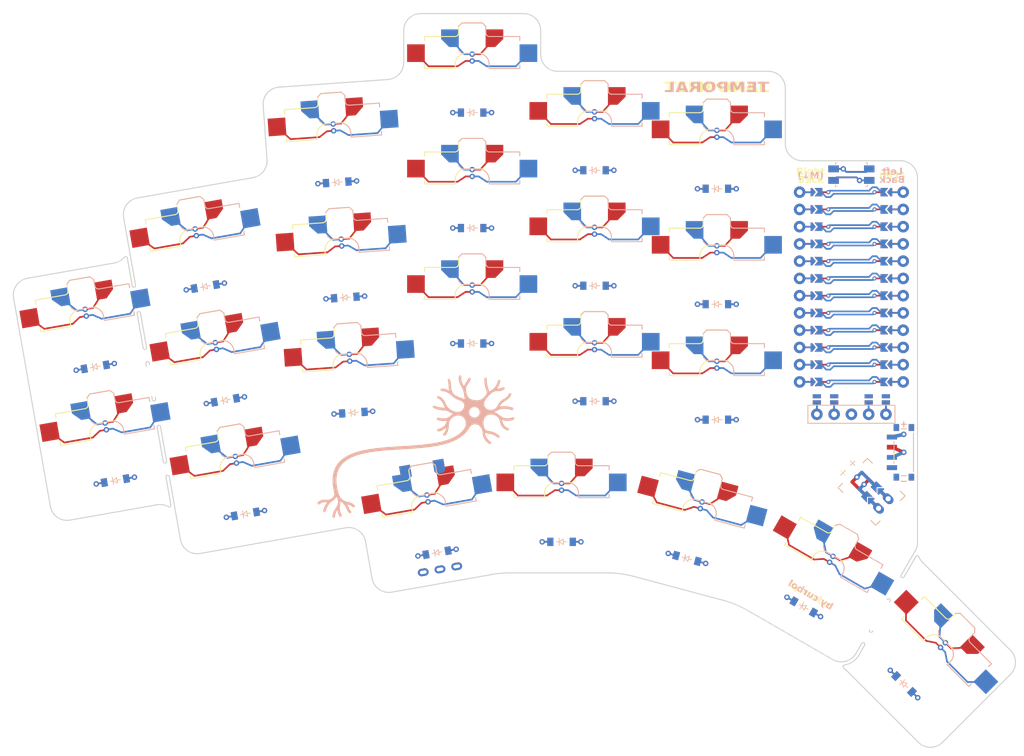
<source format=kicad_pcb>
(kicad_pcb (version 20240108) (generator "ergogen") (generator_version "4.2.1")
  (title_block (title "temporal") (date "2025-11-25") (rev "1") (company "Curtis Bollinger"))
  (layers (0 "F.Cu" signal) (31 "B.Cu" signal) (34 "B.Paste" user) (35 "F.Paste" user) (36 "B.SilkS" user "B.Silkscreen") (37 "F.SilkS" user "F.Silkscreen") (38 "B.Mask" user) (39 "F.Mask" user) (44 "Edge.Cuts" user))
  (net 0 "")
  (net 1 "extra_home")
  (net 2 "col_extra")
  (net 3 "GND")
  (net 4 "D1")
  (net 5 "D2")
  (net 6 "extra_top")
  (net 7 "pinky_bottom")
  (net 8 "col_pinky")
  (net 9 "pinky_home")
  (net 10 "pinky_top")
  (net 11 "ring_bottom")
  (net 12 "col_ring")
  (net 13 "ring_home")
  (net 14 "ring_top")
  (net 15 "middle_bottom")
  (net 16 "col_middle")
  (net 17 "middle_home")
  (net 18 "middle_top")
  (net 19 "index_bottom")
  (net 20 "col_index")
  (net 21 "index_home")
  (net 22 "index_top")
  (net 23 "inner_bottom")
  (net 24 "col_inner")
  (net 25 "inner_home")
  (net 26 "inner_top")
  (net 27 "encoder_thumb")
  (net 28 "near_thumb")
  (net 29 "mid_thumb")
  (net 30 "far_thumb")
  (net 31 "extra_thumb")
  (net 32 "row_home")
  (net 33 "row_top")
  (net 34 "row_bottom")
  (net 35 "row_thumb")
  (net 36 "encoder_a")
  (net 37 "encoder_b")
  (net 38 "RAW")
  (net 39 "RST")
  (net 40 "VCC")
  (net 41 "P16")
  (net 42 "CS")
  (net 43 "P2")
  (net 44 "P3")
  (net 45 "MOSI")
  (net 46 "SCK")
  (net 47 "P101")
  (net 48 "P102")
  (net 49 "P107")
  (net 50 "MCU1_24")
  (net 51 "MCU1_1")
  (net 52 "MCU1_23")
  (net 53 "MCU1_2")
  (net 54 "MCU1_22")
  (net 55 "MCU1_3")
  (net 56 "MCU1_21")
  (net 57 "MCU1_4")
  (net 58 "MCU1_20")
  (net 59 "MCU1_5")
  (net 60 "MCU1_19")
  (net 61 "MCU1_6")
  (net 62 "MCU1_18")
  (net 63 "MCU1_7")
  (net 64 "MCU1_17")
  (net 65 "MCU1_8")
  (net 66 "MCU1_16")
  (net 67 "MCU1_9")
  (net 68 "MCU1_15")
  (net 69 "MCU1_10")
  (net 70 "MCU1_14")
  (net 71 "MCU1_11")
  (net 72 "MCU1_13")
  (net 73 "MCU1_12")
  (net 74 "DISP1_1")
  (net 75 "DISP1_2")
  (net 76 "DISP1_4")
  (net 77 "DISP1_5")
  (net 78 "BAT_P")
  (net 79 "JST1_1")
  (net 80 "JST1_2")
  (footprint "ceoloide:switch_choc_v1_v2" (layer "B.Cu") (at 47.047981 83.2582682 10)
    (property "Reference" "S1" hide)
  )
  (segment (start 49.2400197 76.8299643) (end 47.6046169 79.5045825) (width 0.25) (layer "F.Cu") (net 1))
  (segment (start 47.6046169 79.5045825) (end 46.4228476 79.7129603) (width 0.25) (layer "F.Cu") (net 1))
  (via (at 46.4228476 79.7129603) (size 0.8) (drill 0.4) (layers "F.Cu" "B.Cu") (net 1))
  (segment (start 45.2410783 79.9213381) (end 46.4228476 79.7129603) (width 0.25) (layer "B.Cu") (net 1))
  (segment (start 42.789529 77.9673599) (end 45.2410783 79.9213381) (width 0.25) (layer "B.Cu") (net 1))
  (segment (start 40.4091853 82.58485230000001) (end 44.61136 81.8438955) (width 0.25) (layer "F.Cu") (net 2))
  (segment (start 45.6363082 80.867075) (end 46.5964957 80.697768) (width 0.25) (layer "F.Cu") (net 2))
  (segment (start 38.2475162 81.0021778) (end 40.4091853 82.58485230000001) (width 0.25) (layer "F.Cu") (net 2))
  (segment (start 44.61136 81.8438955) (end 45.6363082 80.867075) (width 0.25) (layer "F.Cu") (net 2))
  (via (at 46.5964957 80.697768) (size 0.8) (drill 0.4) (layers "F.Cu" "B.Cu") (net 2))
  (segment (start 48.840288 81.0982214) (end 47.5430595 80.53086330000001) (width 0.25) (layer "B.Cu") (net 2))
  (segment (start 53.0560865 80.3548624) (end 48.840288 81.0982214) (width 0.25) (layer "B.Cu") (net 2))
  (segment (start 47.5430595 80.53086330000001) (end 46.5964957 80.697768) (width 0.25) (layer "B.Cu") (net 2))
  (segment (start 54.5460845 78.12830050000001) (end 53.0560865 80.3548624) (width 0.25) (layer "B.Cu") (net 2))
  (footprint "ceoloide:switch_choc_v1_v2" (layer "B.Cu") (at 44.095962 66.5165364 10)
    (property "Reference" "S2" hide)
  )
  (segment (start 46.2880007 60.088232500000004) (end 44.6525979 62.76285070000001) (width 0.25) (layer "F.Cu") (net 6))
  (segment (start 44.6525979 62.76285070000001) (end 43.4708286 62.97122850000001) (width 0.25) (layer "F.Cu") (net 6))
  (via (at 43.4708286 62.97122850000001) (size 0.8) (drill 0.4) (layers "F.Cu" "B.Cu") (net 6))
  (segment (start 42.2890593 63.1796063) (end 43.4708286 62.97122850000001) (width 0.25) (layer "B.Cu") (net 6))
  (segment (start 39.83751 61.22562810000001) (end 42.2890593 63.1796063) (width 0.25) (layer "B.Cu") (net 6))
  (segment (start 37.4571663 65.84312050000001) (end 41.659341 65.1021637) (width 0.25) (layer "F.Cu") (net 2))
  (segment (start 42.6842892 64.1253432) (end 43.6444767 63.95603620000001) (width 0.25) (layer "F.Cu") (net 2))
  (segment (start 35.2954972 64.260446) (end 37.4571663 65.84312050000001) (width 0.25) (layer "F.Cu") (net 2))
  (segment (start 41.659341 65.1021637) (end 42.6842892 64.1253432) (width 0.25) (layer "F.Cu") (net 2))
  (via (at 43.6444767 63.95603620000001) (size 0.8) (drill 0.4) (layers "F.Cu" "B.Cu") (net 2))
  (segment (start 45.888269 64.3564896) (end 44.5910405 63.78913150000001) (width 0.25) (layer "B.Cu") (net 2))
  (segment (start 50.1040675 63.613130600000005) (end 45.888269 64.3564896) (width 0.25) (layer "B.Cu") (net 2))
  (segment (start 44.5910405 63.78913150000001) (end 43.6444767 63.95603620000001) (width 0.25) (layer "B.Cu") (net 2))
  (segment (start 51.5940655 61.386568700000005) (end 50.1040675 63.613130600000005) (width 0.25) (layer "B.Cu") (net 2))
  (footprint "ceoloide:switch_choc_v1_v2" (layer "B.Cu") (at 66.1917849 88.1703064 10)
    (property "Reference" "S3" hide)
  )
  (segment (start 68.3838236 81.7420025) (end 66.7484208 84.4166207) (width 0.25) (layer "F.Cu") (net 7))
  (segment (start 66.7484208 84.4166207) (end 65.5666515 84.6249985) (width 0.25) (layer "F.Cu") (net 7))
  (via (at 65.5666515 84.6249985) (size 0.8) (drill 0.4) (layers "F.Cu" "B.Cu") (net 7))
  (segment (start 64.3848822 84.8333763) (end 65.5666515 84.6249985) (width 0.25) (layer "B.Cu") (net 7))
  (segment (start 61.9333329 82.8793981) (end 64.3848822 84.8333763) (width 0.25) (layer "B.Cu") (net 7))
  (segment (start 59.5529892 87.4968905) (end 63.7551639 86.7559337) (width 0.25) (layer "F.Cu") (net 8))
  (segment (start 64.7801121 85.7791132) (end 65.7402996 85.60980620000001) (width 0.25) (layer "F.Cu") (net 8))
  (segment (start 57.3913201 85.914216) (end 59.5529892 87.4968905) (width 0.25) (layer "F.Cu") (net 8))
  (segment (start 63.7551639 86.7559337) (end 64.7801121 85.7791132) (width 0.25) (layer "F.Cu") (net 8))
  (via (at 65.7402996 85.60980620000001) (size 0.8) (drill 0.4) (layers "F.Cu" "B.Cu") (net 8))
  (segment (start 67.9840919 86.0102596) (end 66.68686340000001 85.4429015) (width 0.25) (layer "B.Cu") (net 8))
  (segment (start 72.1998904 85.2669006) (end 67.9840919 86.0102596) (width 0.25) (layer "B.Cu") (net 8))
  (segment (start 66.68686340000001 85.4429015) (end 65.7402996 85.60980620000001) (width 0.25) (layer "B.Cu") (net 8))
  (segment (start 73.6898884 83.0403387) (end 72.1998904 85.2669006) (width 0.25) (layer "B.Cu") (net 8))
  (footprint "ceoloide:switch_choc_v1_v2" (layer "B.Cu") (at 63.2397659 71.4285746 10)
    (property "Reference" "S4" hide)
  )
  (segment (start 65.4318046 65.0002707) (end 63.796401800000005 67.6748889) (width 0.25) (layer "F.Cu") (net 9))
  (segment (start 63.796401800000005 67.6748889) (end 62.6146325 67.88326670000001) (width 0.25) (layer "F.Cu") (net 9))
  (via (at 62.6146325 67.88326670000001) (size 0.8) (drill 0.4) (layers "F.Cu" "B.Cu") (net 9))
  (segment (start 61.4328632 68.0916445) (end 62.6146325 67.88326670000001) (width 0.25) (layer "B.Cu") (net 9))
  (segment (start 58.9813139 66.1376663) (end 61.4328632 68.0916445) (width 0.25) (layer "B.Cu") (net 9))
  (segment (start 56.6009702 70.75515870000001) (end 60.8031449 70.0142019) (width 0.25) (layer "F.Cu") (net 8))
  (segment (start 61.828093100000004 69.0373814) (end 62.7882806 68.86807440000001) (width 0.25) (layer "F.Cu") (net 8))
  (segment (start 54.4393011 69.1724842) (end 56.6009702 70.75515870000001) (width 0.25) (layer "F.Cu") (net 8))
  (segment (start 60.8031449 70.0142019) (end 61.828093100000004 69.0373814) (width 0.25) (layer "F.Cu") (net 8))
  (via (at 62.7882806 68.86807440000001) (size 0.8) (drill 0.4) (layers "F.Cu" "B.Cu") (net 8))
  (segment (start 65.0320729 69.2685278) (end 63.7348444 68.70116970000001) (width 0.25) (layer "B.Cu") (net 8))
  (segment (start 69.24787140000001 68.5251688) (end 65.0320729 69.2685278) (width 0.25) (layer "B.Cu") (net 8))
  (segment (start 63.7348444 68.70116970000001) (end 62.7882806 68.86807440000001) (width 0.25) (layer "B.Cu") (net 8))
  (segment (start 70.73786940000001 66.29860690000001) (end 69.24787140000001 68.5251688) (width 0.25) (layer "B.Cu") (net 8))
  (footprint "ceoloide:switch_choc_v1_v2" (layer "B.Cu") (at 60.2877469 54.68684280000001 10)
    (property "Reference" "S5" hide)
  )
  (segment (start 62.4797856 48.258538900000005) (end 60.844382800000005 50.93315710000001) (width 0.25) (layer "F.Cu") (net 10))
  (segment (start 60.844382800000005 50.93315710000001) (end 59.6626135 51.14153490000001) (width 0.25) (layer "F.Cu") (net 10))
  (via (at 59.6626135 51.14153490000001) (size 0.8) (drill 0.4) (layers "F.Cu" "B.Cu") (net 10))
  (segment (start 58.4808442 51.349912700000004) (end 59.6626135 51.14153490000001) (width 0.25) (layer "B.Cu") (net 10))
  (segment (start 56.029294900000004 49.39593450000001) (end 58.4808442 51.349912700000004) (width 0.25) (layer "B.Cu") (net 10))
  (segment (start 53.6489512 54.013426900000006) (end 57.8511259 53.27247010000001) (width 0.25) (layer "F.Cu") (net 8))
  (segment (start 58.876074100000004 52.295649600000004) (end 59.8362616 52.12634260000001) (width 0.25) (layer "F.Cu") (net 8))
  (segment (start 51.4872821 52.43075240000001) (end 53.6489512 54.013426900000006) (width 0.25) (layer "F.Cu") (net 8))
  (segment (start 57.8511259 53.27247010000001) (end 58.876074100000004 52.295649600000004) (width 0.25) (layer "F.Cu") (net 8))
  (via (at 59.8362616 52.12634260000001) (size 0.8) (drill 0.4) (layers "F.Cu" "B.Cu") (net 8))
  (segment (start 62.0800539 52.526796000000004) (end 60.7828254 51.95943790000001) (width 0.25) (layer "B.Cu") (net 8))
  (segment (start 66.2958524 51.783437000000006) (end 62.0800539 52.526796000000004) (width 0.25) (layer "B.Cu") (net 8))
  (segment (start 60.7828254 51.95943790000001) (end 59.8362616 52.12634260000001) (width 0.25) (layer "B.Cu") (net 8))
  (segment (start 67.7858504 49.556875100000006) (end 66.2958524 51.783437000000006) (width 0.25) (layer "B.Cu") (net 8))
  (footprint "ceoloide:switch_choc_v1_v2" (layer "B.Cu") (at 82.5905169 73.1951908 4)
    (property "Reference" "S6" hide)
  )
  (segment (start 85.44248809999999 67.0312322) (end 83.5364705 69.52025250000001) (width 0.25) (layer "F.Cu") (net 11))
  (segment (start 83.5364705 69.52025250000001) (end 82.3393936 69.6039602) (width 0.25) (layer "F.Cu") (net 11))
  (via (at 82.3393936 69.6039602) (size 0.8) (drill 0.4) (layers "F.Cu" "B.Cu") (net 11))
  (segment (start 81.1423167 69.687668) (end 82.3393936 69.6039602) (width 0.25) (layer "B.Cu") (net 11))
  (segment (start 78.9084436 67.48813720000001) (end 81.1423167 69.687668) (width 0.25) (layer "B.Cu") (net 11))
  (segment (start 76.0584804 71.8315208) (end 80.3150862 71.5338699) (width 0.25) (layer "F.Cu") (net 12))
  (segment (start 81.4365251 70.6695368) (end 82.40915009999999 70.60152430000001) (width 0.25) (layer "F.Cu") (net 12))
  (segment (start 74.0740876 70.0315604) (end 76.0584804 71.8315208) (width 0.25) (layer "F.Cu") (net 12))
  (segment (start 80.3150862 71.5338699) (end 81.4365251 70.6695368) (width 0.25) (layer "F.Cu") (net 12))
  (via (at 82.40915009999999 70.60152430000001) (size 0.8) (drill 0.4) (layers "F.Cu" "B.Cu") (net 12))
  (segment (start 84.5987918 71.23432410000001) (end 83.36797469999999 70.5344767) (width 0.25) (layer "B.Cu") (net 12))
  (segment (start 88.8691979 70.93570820000001) (end 84.5987918 71.23432410000001) (width 0.25) (layer "B.Cu") (net 12))
  (segment (start 83.36797469999999 70.5344767) (end 82.40915009999999 70.60152430000001) (width 0.25) (layer "B.Cu") (net 12))
  (segment (start 90.5837726 68.8770908) (end 88.8691979 70.93570820000001) (width 0.25) (layer "B.Cu") (net 12))
  (footprint "ceoloide:switch_choc_v1_v2" (layer "B.Cu") (at 81.4046568 56.23660190000001 4)
    (property "Reference" "S7" hide)
  )
  (segment (start 84.25662799999999 50.07264330000001) (end 82.3506104 52.56166360000001) (width 0.25) (layer "F.Cu") (net 13))
  (segment (start 82.3506104 52.56166360000001) (end 81.1535335 52.64537130000001) (width 0.25) (layer "F.Cu") (net 13))
  (via (at 81.1535335 52.64537130000001) (size 0.8) (drill 0.4) (layers "F.Cu" "B.Cu") (net 13))
  (segment (start 79.9564566 52.729079100000014) (end 81.1535335 52.64537130000001) (width 0.25) (layer "B.Cu") (net 13))
  (segment (start 77.7225835 50.52954830000001) (end 79.9564566 52.729079100000014) (width 0.25) (layer "B.Cu") (net 13))
  (segment (start 74.8726203 54.87293190000001) (end 79.1292261 54.57528100000001) (width 0.25) (layer "F.Cu") (net 12))
  (segment (start 80.250665 53.71094790000001) (end 81.22328999999999 53.64293540000001) (width 0.25) (layer "F.Cu") (net 12))
  (segment (start 72.8882275 53.07297150000001) (end 74.8726203 54.87293190000001) (width 0.25) (layer "F.Cu") (net 12))
  (segment (start 79.1292261 54.57528100000001) (end 80.250665 53.71094790000001) (width 0.25) (layer "F.Cu") (net 12))
  (via (at 81.22328999999999 53.64293540000001) (size 0.8) (drill 0.4) (layers "F.Cu" "B.Cu") (net 12))
  (segment (start 83.4129317 54.275735200000014) (end 82.18211459999999 53.57588780000001) (width 0.25) (layer "B.Cu") (net 12))
  (segment (start 87.6833378 53.97711930000001) (end 83.4129317 54.275735200000014) (width 0.25) (layer "B.Cu") (net 12))
  (segment (start 82.18211459999999 53.57588780000001) (end 81.22328999999999 53.64293540000001) (width 0.25) (layer "B.Cu") (net 12))
  (segment (start 89.3979125 51.91850190000001) (end 87.6833378 53.97711930000001) (width 0.25) (layer "B.Cu") (net 12))
  (footprint "ceoloide:switch_choc_v1_v2" (layer "B.Cu") (at 80.2187967 39.278013000000016 4)
    (property "Reference" "S8" hide)
  )
  (segment (start 83.07076789999999 33.114054400000015) (end 81.1647503 35.603074700000015) (width 0.25) (layer "F.Cu") (net 14))
  (segment (start 81.1647503 35.603074700000015) (end 79.9676734 35.68678240000001) (width 0.25) (layer "F.Cu") (net 14))
  (via (at 79.9676734 35.68678240000001) (size 0.8) (drill 0.4) (layers "F.Cu" "B.Cu") (net 14))
  (segment (start 78.7705965 35.77049020000002) (end 79.9676734 35.68678240000001) (width 0.25) (layer "B.Cu") (net 14))
  (segment (start 76.5367234 33.570959400000014) (end 78.7705965 35.77049020000002) (width 0.25) (layer "B.Cu") (net 14))
  (segment (start 73.6867602 37.91434300000002) (end 77.943366 37.616692100000016) (width 0.25) (layer "F.Cu") (net 12))
  (segment (start 79.0648049 36.75235900000001) (end 80.03742989999999 36.68434650000002) (width 0.25) (layer "F.Cu") (net 12))
  (segment (start 71.7023674 36.11438260000001) (end 73.6867602 37.91434300000002) (width 0.25) (layer "F.Cu") (net 12))
  (segment (start 77.943366 37.616692100000016) (end 79.0648049 36.75235900000001) (width 0.25) (layer "F.Cu") (net 12))
  (via (at 80.03742989999999 36.68434650000002) (size 0.8) (drill 0.4) (layers "F.Cu" "B.Cu") (net 12))
  (segment (start 82.2270716 37.31714630000002) (end 80.99625449999999 36.617298900000016) (width 0.25) (layer "B.Cu") (net 12))
  (segment (start 86.4974777 37.01853040000002) (end 82.2270716 37.31714630000002) (width 0.25) (layer "B.Cu") (net 12))
  (segment (start 80.99625449999999 36.617298900000016) (end 80.03742989999999 36.68434650000002) (width 0.25) (layer "B.Cu") (net 12))
  (segment (start 88.2120524 34.959913000000014) (end 86.4974777 37.01853040000002) (width 0.25) (layer "B.Cu") (net 12))
  (footprint "ceoloide:switch_choc_v1_v2" (layer "B.Cu") (at 100.4228753 63.00143700000001 0)
    (property "Reference" "S9" hide)
  )
  (segment (start 103.6978753 57.05143700000001) (end 101.6228753 59.40143700000001) (width 0.25) (layer "F.Cu") (net 15))
  (segment (start 101.6228753 59.40143700000001) (end 100.4228753 59.40143700000001) (width 0.25) (layer "F.Cu") (net 15))
  (via (at 100.4228753 59.40143700000001) (size 0.8) (drill 0.4) (layers "F.Cu" "B.Cu") (net 15))
  (segment (start 99.2228753 59.40143700000001) (end 100.4228753 59.40143700000001) (width 0.25) (layer "B.Cu") (net 15))
  (segment (start 97.1478753 57.05143700000001) (end 99.2228753 59.40143700000001) (width 0.25) (layer "B.Cu") (net 15))
  (segment (start 94.0018753 61.18543700000001) (end 98.2688753 61.18543700000001) (width 0.25) (layer "F.Cu") (net 16))
  (segment (start 99.4478753 60.40143700000001) (end 100.4228753 60.40143700000001) (width 0.25) (layer "F.Cu") (net 16))
  (segment (start 92.1478753 59.25143700000001) (end 94.0018753 61.18543700000001) (width 0.25) (layer "F.Cu") (net 16))
  (segment (start 98.2688753 61.18543700000001) (end 99.4478753 60.40143700000001) (width 0.25) (layer "F.Cu") (net 16))
  (via (at 100.4228753 60.40143700000001) (size 0.8) (drill 0.4) (layers "F.Cu" "B.Cu") (net 16))
  (segment (start 102.5630413 61.18543700000001) (end 101.3840413 60.40143700000001) (width 0.25) (layer "B.Cu") (net 16))
  (segment (start 106.84387530000001 61.18543700000001) (end 102.5630413 61.18543700000001) (width 0.25) (layer "B.Cu") (net 16))
  (segment (start 101.3840413 60.40143700000001) (end 100.4228753 60.40143700000001) (width 0.25) (layer "B.Cu") (net 16))
  (segment (start 108.6978753 59.25143700000001) (end 106.84387530000001 61.18543700000001) (width 0.25) (layer "B.Cu") (net 16))
  (footprint "ceoloide:switch_choc_v1_v2" (layer "B.Cu") (at 100.4228753 46.00143700000001 0)
    (property "Reference" "S10" hide)
  )
  (segment (start 103.6978753 40.05143700000001) (end 101.6228753 42.40143700000001) (width 0.25) (layer "F.Cu") (net 17))
  (segment (start 101.6228753 42.40143700000001) (end 100.4228753 42.40143700000001) (width 0.25) (layer "F.Cu") (net 17))
  (via (at 100.4228753 42.40143700000001) (size 0.8) (drill 0.4) (layers "F.Cu" "B.Cu") (net 17))
  (segment (start 99.2228753 42.40143700000001) (end 100.4228753 42.40143700000001) (width 0.25) (layer "B.Cu") (net 17))
  (segment (start 97.1478753 40.05143700000001) (end 99.2228753 42.40143700000001) (width 0.25) (layer "B.Cu") (net 17))
  (segment (start 94.0018753 44.18543700000001) (end 98.2688753 44.18543700000001) (width 0.25) (layer "F.Cu") (net 16))
  (segment (start 99.4478753 43.40143700000001) (end 100.4228753 43.40143700000001) (width 0.25) (layer "F.Cu") (net 16))
  (segment (start 92.1478753 42.25143700000001) (end 94.0018753 44.18543700000001) (width 0.25) (layer "F.Cu") (net 16))
  (segment (start 98.2688753 44.18543700000001) (end 99.4478753 43.40143700000001) (width 0.25) (layer "F.Cu") (net 16))
  (via (at 100.4228753 43.40143700000001) (size 0.8) (drill 0.4) (layers "F.Cu" "B.Cu") (net 16))
  (segment (start 102.5630413 44.18543700000001) (end 101.3840413 43.40143700000001) (width 0.25) (layer "B.Cu") (net 16))
  (segment (start 106.84387530000001 44.18543700000001) (end 102.5630413 44.18543700000001) (width 0.25) (layer "B.Cu") (net 16))
  (segment (start 101.3840413 43.40143700000001) (end 100.4228753 43.40143700000001) (width 0.25) (layer "B.Cu") (net 16))
  (segment (start 108.6978753 42.25143700000001) (end 106.84387530000001 44.18543700000001) (width 0.25) (layer "B.Cu") (net 16))
  (footprint "ceoloide:switch_choc_v1_v2" (layer "B.Cu") (at 100.4228753 29.00143700000001 0)
    (property "Reference" "S11" hide)
  )
  (segment (start 103.6978753 23.05143700000001) (end 101.6228753 25.40143700000001) (width 0.25) (layer "F.Cu") (net 18))
  (segment (start 101.6228753 25.40143700000001) (end 100.4228753 25.40143700000001) (width 0.25) (layer "F.Cu") (net 18))
  (via (at 100.4228753 25.40143700000001) (size 0.8) (drill 0.4) (layers "F.Cu" "B.Cu") (net 18))
  (segment (start 99.2228753 25.40143700000001) (end 100.4228753 25.40143700000001) (width 0.25) (layer "B.Cu") (net 18))
  (segment (start 97.1478753 23.05143700000001) (end 99.2228753 25.40143700000001) (width 0.25) (layer "B.Cu") (net 18))
  (segment (start 94.0018753 27.18543700000001) (end 98.2688753 27.18543700000001) (width 0.25) (layer "F.Cu") (net 16))
  (segment (start 99.4478753 26.40143700000001) (end 100.4228753 26.40143700000001) (width 0.25) (layer "F.Cu") (net 16))
  (segment (start 92.1478753 25.25143700000001) (end 94.0018753 27.18543700000001) (width 0.25) (layer "F.Cu") (net 16))
  (segment (start 98.2688753 27.18543700000001) (end 99.4478753 26.40143700000001) (width 0.25) (layer "F.Cu") (net 16))
  (via (at 100.4228753 26.40143700000001) (size 0.8) (drill 0.4) (layers "F.Cu" "B.Cu") (net 16))
  (segment (start 102.5630413 27.18543700000001) (end 101.3840413 26.40143700000001) (width 0.25) (layer "B.Cu") (net 16))
  (segment (start 106.84387530000001 27.18543700000001) (end 102.5630413 27.18543700000001) (width 0.25) (layer "B.Cu") (net 16))
  (segment (start 101.3840413 26.40143700000001) (end 100.4228753 26.40143700000001) (width 0.25) (layer "B.Cu") (net 16))
  (segment (start 108.6978753 25.25143700000001) (end 106.84387530000001 27.18543700000001) (width 0.25) (layer "B.Cu") (net 16))
  (footprint "ceoloide:switch_choc_v1_v2" (layer "B.Cu") (at 118.4228753 71.50143700000001 0)
    (property "Reference" "S12" hide)
  )
  (segment (start 121.6978753 65.551437) (end 119.6228753 67.90143700000002) (width 0.25) (layer "F.Cu") (net 19))
  (segment (start 119.6228753 67.90143700000002) (end 118.4228753 67.90143700000002) (width 0.25) (layer "F.Cu") (net 19))
  (via (at 118.4228753 67.90143700000002) (size 0.8) (drill 0.4) (layers "F.Cu" "B.Cu") (net 19))
  (segment (start 117.2228753 67.90143700000002) (end 118.4228753 67.90143700000002) (width 0.25) (layer "B.Cu") (net 19))
  (segment (start 115.1478753 65.551437) (end 117.2228753 67.90143700000002) (width 0.25) (layer "B.Cu") (net 19))
  (segment (start 112.0018753 69.68543700000001) (end 116.2688753 69.68543700000001) (width 0.25) (layer "F.Cu") (net 20))
  (segment (start 117.4478753 68.90143700000002) (end 118.4228753 68.90143700000002) (width 0.25) (layer "F.Cu") (net 20))
  (segment (start 110.1478753 67.75143700000001) (end 112.0018753 69.68543700000001) (width 0.25) (layer "F.Cu") (net 20))
  (segment (start 116.2688753 69.68543700000001) (end 117.4478753 68.90143700000002) (width 0.25) (layer "F.Cu") (net 20))
  (via (at 118.4228753 68.90143700000002) (size 0.8) (drill 0.4) (layers "F.Cu" "B.Cu") (net 20))
  (segment (start 120.5630413 69.68543700000001) (end 119.3840413 68.90143700000002) (width 0.25) (layer "B.Cu") (net 20))
  (segment (start 124.84387530000001 69.68543700000001) (end 120.5630413 69.68543700000001) (width 0.25) (layer "B.Cu") (net 20))
  (segment (start 119.3840413 68.90143700000002) (end 118.4228753 68.90143700000002) (width 0.25) (layer "B.Cu") (net 20))
  (segment (start 126.6978753 67.75143700000001) (end 124.84387530000001 69.68543700000001) (width 0.25) (layer "B.Cu") (net 20))
  (footprint "ceoloide:switch_choc_v1_v2" (layer "B.Cu") (at 118.4228753 54.50143700000001 0)
    (property "Reference" "S13" hide)
  )
  (segment (start 121.6978753 48.55143700000001) (end 119.6228753 50.90143700000001) (width 0.25) (layer "F.Cu") (net 21))
  (segment (start 119.6228753 50.90143700000001) (end 118.4228753 50.90143700000001) (width 0.25) (layer "F.Cu") (net 21))
  (via (at 118.4228753 50.90143700000001) (size 0.8) (drill 0.4) (layers "F.Cu" "B.Cu") (net 21))
  (segment (start 117.2228753 50.90143700000001) (end 118.4228753 50.90143700000001) (width 0.25) (layer "B.Cu") (net 21))
  (segment (start 115.1478753 48.55143700000001) (end 117.2228753 50.90143700000001) (width 0.25) (layer "B.Cu") (net 21))
  (segment (start 112.0018753 52.68543700000001) (end 116.2688753 52.68543700000001) (width 0.25) (layer "F.Cu") (net 20))
  (segment (start 117.4478753 51.90143700000001) (end 118.4228753 51.90143700000001) (width 0.25) (layer "F.Cu") (net 20))
  (segment (start 110.1478753 50.75143700000001) (end 112.0018753 52.68543700000001) (width 0.25) (layer "F.Cu") (net 20))
  (segment (start 116.2688753 52.68543700000001) (end 117.4478753 51.90143700000001) (width 0.25) (layer "F.Cu") (net 20))
  (via (at 118.4228753 51.90143700000001) (size 0.8) (drill 0.4) (layers "F.Cu" "B.Cu") (net 20))
  (segment (start 120.5630413 52.68543700000001) (end 119.3840413 51.90143700000001) (width 0.25) (layer "B.Cu") (net 20))
  (segment (start 124.84387530000001 52.68543700000001) (end 120.5630413 52.68543700000001) (width 0.25) (layer "B.Cu") (net 20))
  (segment (start 119.3840413 51.90143700000001) (end 118.4228753 51.90143700000001) (width 0.25) (layer "B.Cu") (net 20))
  (segment (start 126.6978753 50.75143700000001) (end 124.84387530000001 52.68543700000001) (width 0.25) (layer "B.Cu") (net 20))
  (footprint "ceoloide:switch_choc_v1_v2" (layer "B.Cu") (at 118.4228753 37.50143700000001 0)
    (property "Reference" "S14" hide)
  )
  (segment (start 121.6978753 31.55143700000001) (end 119.6228753 33.90143700000001) (width 0.25) (layer "F.Cu") (net 22))
  (segment (start 119.6228753 33.90143700000001) (end 118.4228753 33.90143700000001) (width 0.25) (layer "F.Cu") (net 22))
  (via (at 118.4228753 33.90143700000001) (size 0.8) (drill 0.4) (layers "F.Cu" "B.Cu") (net 22))
  (segment (start 117.2228753 33.90143700000001) (end 118.4228753 33.90143700000001) (width 0.25) (layer "B.Cu") (net 22))
  (segment (start 115.1478753 31.55143700000001) (end 117.2228753 33.90143700000001) (width 0.25) (layer "B.Cu") (net 22))
  (segment (start 112.0018753 35.68543700000001) (end 116.2688753 35.68543700000001) (width 0.25) (layer "F.Cu") (net 20))
  (segment (start 117.4478753 34.90143700000001) (end 118.4228753 34.90143700000001) (width 0.25) (layer "F.Cu") (net 20))
  (segment (start 110.1478753 33.75143700000001) (end 112.0018753 35.68543700000001) (width 0.25) (layer "F.Cu") (net 20))
  (segment (start 116.2688753 35.68543700000001) (end 117.4478753 34.90143700000001) (width 0.25) (layer "F.Cu") (net 20))
  (via (at 118.4228753 34.90143700000001) (size 0.8) (drill 0.4) (layers "F.Cu" "B.Cu") (net 20))
  (segment (start 120.5630413 35.68543700000001) (end 119.3840413 34.90143700000001) (width 0.25) (layer "B.Cu") (net 20))
  (segment (start 124.84387530000001 35.68543700000001) (end 120.5630413 35.68543700000001) (width 0.25) (layer "B.Cu") (net 20))
  (segment (start 119.3840413 34.90143700000001) (end 118.4228753 34.90143700000001) (width 0.25) (layer "B.Cu") (net 20))
  (segment (start 126.6978753 33.75143700000001) (end 124.84387530000001 35.68543700000001) (width 0.25) (layer "B.Cu") (net 20))
  (footprint "ceoloide:switch_choc_v1_v2" (layer "B.Cu") (at 136.4228753 74.22143700000001 0)
    (property "Reference" "S15" hide)
  )
  (segment (start 139.6978753 68.271437) (end 137.62287529999998 70.62143700000001) (width 0.25) (layer "F.Cu") (net 23))
  (segment (start 137.62287529999998 70.62143700000001) (end 136.4228753 70.62143700000001) (width 0.25) (layer "F.Cu") (net 23))
  (via (at 136.4228753 70.62143700000001) (size 0.8) (drill 0.4) (layers "F.Cu" "B.Cu") (net 23))
  (segment (start 135.2228753 70.62143700000001) (end 136.4228753 70.62143700000001) (width 0.25) (layer "B.Cu") (net 23))
  (segment (start 133.14787529999998 68.271437) (end 135.2228753 70.62143700000001) (width 0.25) (layer "B.Cu") (net 23))
  (segment (start 130.0018753 72.405437) (end 134.2688753 72.405437) (width 0.25) (layer "F.Cu") (net 24))
  (segment (start 135.4478753 71.62143700000001) (end 136.4228753 71.62143700000001) (width 0.25) (layer "F.Cu") (net 24))
  (segment (start 128.14787529999998 70.47143700000001) (end 130.0018753 72.405437) (width 0.25) (layer "F.Cu") (net 24))
  (segment (start 134.2688753 72.405437) (end 135.4478753 71.62143700000001) (width 0.25) (layer "F.Cu") (net 24))
  (via (at 136.4228753 71.62143700000001) (size 0.8) (drill 0.4) (layers "F.Cu" "B.Cu") (net 24))
  (segment (start 138.56304129999998 72.405437) (end 137.38404129999998 71.62143700000001) (width 0.25) (layer "B.Cu") (net 24))
  (segment (start 142.84387529999998 72.405437) (end 138.56304129999998 72.405437) (width 0.25) (layer "B.Cu") (net 24))
  (segment (start 137.38404129999998 71.62143700000001) (end 136.4228753 71.62143700000001) (width 0.25) (layer "B.Cu") (net 24))
  (segment (start 144.6978753 70.47143700000001) (end 142.84387529999998 72.405437) (width 0.25) (layer "B.Cu") (net 24))
  (footprint "ceoloide:switch_choc_v1_v2" (layer "B.Cu") (at 136.4228753 57.22143700000001 0)
    (property "Reference" "S16" hide)
  )
  (segment (start 139.6978753 51.271437000000006) (end 137.62287529999998 53.62143700000001) (width 0.25) (layer "F.Cu") (net 25))
  (segment (start 137.62287529999998 53.62143700000001) (end 136.4228753 53.62143700000001) (width 0.25) (layer "F.Cu") (net 25))
  (via (at 136.4228753 53.62143700000001) (size 0.8) (drill 0.4) (layers "F.Cu" "B.Cu") (net 25))
  (segment (start 135.2228753 53.62143700000001) (end 136.4228753 53.62143700000001) (width 0.25) (layer "B.Cu") (net 25))
  (segment (start 133.14787529999998 51.271437000000006) (end 135.2228753 53.62143700000001) (width 0.25) (layer "B.Cu") (net 25))
  (segment (start 130.0018753 55.405437000000006) (end 134.2688753 55.405437000000006) (width 0.25) (layer "F.Cu") (net 24))
  (segment (start 135.4478753 54.62143700000001) (end 136.4228753 54.62143700000001) (width 0.25) (layer "F.Cu") (net 24))
  (segment (start 128.14787529999998 53.47143700000001) (end 130.0018753 55.405437000000006) (width 0.25) (layer "F.Cu") (net 24))
  (segment (start 134.2688753 55.405437000000006) (end 135.4478753 54.62143700000001) (width 0.25) (layer "F.Cu") (net 24))
  (via (at 136.4228753 54.62143700000001) (size 0.8) (drill 0.4) (layers "F.Cu" "B.Cu") (net 24))
  (segment (start 138.56304129999998 55.405437000000006) (end 137.38404129999998 54.62143700000001) (width 0.25) (layer "B.Cu") (net 24))
  (segment (start 142.84387529999998 55.405437000000006) (end 138.56304129999998 55.405437000000006) (width 0.25) (layer "B.Cu") (net 24))
  (segment (start 137.38404129999998 54.62143700000001) (end 136.4228753 54.62143700000001) (width 0.25) (layer "B.Cu") (net 24))
  (segment (start 144.6978753 53.47143700000001) (end 142.84387529999998 55.405437000000006) (width 0.25) (layer "B.Cu") (net 24))
  (footprint "ceoloide:switch_choc_v1_v2" (layer "B.Cu") (at 136.4228753 40.22143700000001 0)
    (property "Reference" "S17" hide)
  )
  (segment (start 139.6978753 34.271437000000006) (end 137.62287529999998 36.62143700000001) (width 0.25) (layer "F.Cu") (net 26))
  (segment (start 137.62287529999998 36.62143700000001) (end 136.4228753 36.62143700000001) (width 0.25) (layer "F.Cu") (net 26))
  (via (at 136.4228753 36.62143700000001) (size 0.8) (drill 0.4) (layers "F.Cu" "B.Cu") (net 26))
  (segment (start 135.2228753 36.62143700000001) (end 136.4228753 36.62143700000001) (width 0.25) (layer "B.Cu") (net 26))
  (segment (start 133.14787529999998 34.271437000000006) (end 135.2228753 36.62143700000001) (width 0.25) (layer "B.Cu") (net 26))
  (segment (start 130.0018753 38.405437000000006) (end 134.2688753 38.405437000000006) (width 0.25) (layer "F.Cu") (net 24))
  (segment (start 135.4478753 37.62143700000001) (end 136.4228753 37.62143700000001) (width 0.25) (layer "F.Cu") (net 24))
  (segment (start 128.14787529999998 36.47143700000001) (end 130.0018753 38.405437000000006) (width 0.25) (layer "F.Cu") (net 24))
  (segment (start 134.2688753 38.405437000000006) (end 135.4478753 37.62143700000001) (width 0.25) (layer "F.Cu") (net 24))
  (via (at 136.4228753 37.62143700000001) (size 0.8) (drill 0.4) (layers "F.Cu" "B.Cu") (net 24))
  (segment (start 138.56304129999998 38.405437000000006) (end 137.38404129999998 37.62143700000001) (width 0.25) (layer "B.Cu") (net 24))
  (segment (start 142.84387529999998 38.405437000000006) (end 138.56304129999998 38.405437000000006) (width 0.25) (layer "B.Cu") (net 24))
  (segment (start 137.38404129999998 37.62143700000001) (end 136.4228753 37.62143700000001) (width 0.25) (layer "B.Cu") (net 24))
  (segment (start 144.6978753 36.47143700000001) (end 142.84387529999998 38.405437000000006) (width 0.25) (layer "B.Cu") (net 24))
  (footprint "ceoloide:switch_choc_v1_v2" (layer "B.Cu") (at 94.3821356 93.8677375 10)
    (property "Reference" "S18" hide)
  )
  (segment (start 96.5741743 87.4394336) (end 94.9387715 90.1140518) (width 0.25) (layer "F.Cu") (net 27))
  (segment (start 94.9387715 90.1140518) (end 93.7570022 90.3224296) (width 0.25) (layer "F.Cu") (net 27))
  (via (at 93.7570022 90.3224296) (size 0.8) (drill 0.4) (layers "F.Cu" "B.Cu") (net 27))
  (segment (start 92.5752329 90.5308074) (end 93.7570022 90.3224296) (width 0.25) (layer "B.Cu") (net 27))
  (segment (start 90.12368359999999 88.5768292) (end 92.5752329 90.5308074) (width 0.25) (layer "B.Cu") (net 27))
  (segment (start 87.7433399 93.19432160000001) (end 91.9455146 92.4533648) (width 0.25) (layer "F.Cu") (net 8))
  (segment (start 92.97046279999999 91.4765443) (end 93.9306503 91.3072373) (width 0.25) (layer "F.Cu") (net 8))
  (segment (start 85.5816708 91.6116471) (end 87.7433399 93.19432160000001) (width 0.25) (layer "F.Cu") (net 8))
  (segment (start 91.9455146 92.4533648) (end 92.97046279999999 91.4765443) (width 0.25) (layer "F.Cu") (net 8))
  (via (at 93.9306503 91.3072373) (size 0.8) (drill 0.4) (layers "F.Cu" "B.Cu") (net 8))
  (segment (start 96.17444259999999 91.7076907) (end 94.8772141 91.14033260000001) (width 0.25) (layer "B.Cu") (net 8))
  (segment (start 100.3902411 90.9643317) (end 96.17444259999999 91.7076907) (width 0.25) (layer "B.Cu") (net 8))
  (segment (start 94.8772141 91.14033260000001) (end 93.9306503 91.3072373) (width 0.25) (layer "B.Cu") (net 8))
  (segment (start 101.8802391 88.73776980000001) (end 100.3902411 90.9643317) (width 0.25) (layer "B.Cu") (net 8))
  (footprint "ceoloide:switch_choc_v1_v2" (layer "B.Cu") (at 113.5736937 92.201817 0)
    (property "Reference" "S19" hide)
  )
  (segment (start 116.84869370000001 86.251817) (end 114.77369370000001 88.60181700000001) (width 0.25) (layer "F.Cu") (net 28))
  (segment (start 114.77369370000001 88.60181700000001) (end 113.5736937 88.60181700000001) (width 0.25) (layer "F.Cu") (net 28))
  (via (at 113.5736937 88.60181700000001) (size 0.8) (drill 0.4) (layers "F.Cu" "B.Cu") (net 28))
  (segment (start 112.3736937 88.60181700000001) (end 113.5736937 88.60181700000001) (width 0.25) (layer "B.Cu") (net 28))
  (segment (start 110.2986937 86.251817) (end 112.3736937 88.60181700000001) (width 0.25) (layer "B.Cu") (net 28))
  (segment (start 107.1526937 90.385817) (end 111.41969370000001 90.385817) (width 0.25) (layer "F.Cu") (net 12))
  (segment (start 112.59869370000001 89.60181700000001) (end 113.5736937 89.60181700000001) (width 0.25) (layer "F.Cu") (net 12))
  (segment (start 105.2986937 88.451817) (end 107.1526937 90.385817) (width 0.25) (layer "F.Cu") (net 12))
  (segment (start 111.41969370000001 90.385817) (end 112.59869370000001 89.60181700000001) (width 0.25) (layer "F.Cu") (net 12))
  (via (at 113.5736937 89.60181700000001) (size 0.8) (drill 0.4) (layers "F.Cu" "B.Cu") (net 12))
  (segment (start 115.7138597 90.385817) (end 114.53485970000001 89.60181700000001) (width 0.25) (layer "B.Cu") (net 12))
  (segment (start 119.99469370000001 90.385817) (end 115.7138597 90.385817) (width 0.25) (layer "B.Cu") (net 12))
  (segment (start 114.53485970000001 89.60181700000001) (end 113.5736937 89.60181700000001) (width 0.25) (layer "B.Cu") (net 12))
  (segment (start 121.84869370000001 88.451817) (end 119.99469370000001 90.385817) (width 0.25) (layer "B.Cu") (net 12))
  (footprint "ceoloide:switch_choc_v1_v2" (layer "B.Cu") (at 133.31698790000002 94.820819 -15)
    (property "Reference" "S20" hide)
  )
  (segment (start 138.02036830000003 89.9211927) (end 135.4078475 91.6540689) (width 0.25) (layer "F.Cu") (net 29))
  (segment (start 135.4078475 91.6540689) (end 134.2487365 91.343486) (width 0.25) (layer "F.Cu") (net 29))
  (via (at 134.2487365 91.343486) (size 0.8) (drill 0.4) (layers "F.Cu" "B.Cu") (net 29))
  (segment (start 133.0896255 91.0329032) (end 134.2487365 91.343486) (width 0.25) (layer "B.Cu") (net 29))
  (segment (start 131.69355410000003 88.225928) (end 133.0896255 91.0329032) (width 0.25) (layer "B.Cu") (net 29))
  (segment (start 127.58479360000001 91.4048206) (end 131.70639910000003 92.5092015) (width 0.25) (layer "F.Cu") (net 16))
  (segment (start 133.0481397 92.0570633) (end 133.98991740000002 92.3094119) (width 0.25) (layer "F.Cu") (net 16))
  (segment (start 126.29452310000002 89.0568696) (end 127.58479360000001 91.4048206) (width 0.25) (layer "F.Cu") (net 16))
  (segment (start 131.70639910000003 92.5092015) (end 133.0481397 92.0570633) (width 0.25) (layer "F.Cu") (net 16))
  (via (at 133.98991740000002 92.3094119) (size 0.8) (drill 0.4) (layers "F.Cu" "B.Cu") (net 16))
  (segment (start 135.85424490000003 93.6206134) (end 134.91833250000002 92.5581799) (width 0.25) (layer "B.Cu") (net 16))
  (segment (start 139.989213 94.7285748) (end 135.85424490000003 93.6206134) (width 0.25) (layer "B.Cu") (net 16))
  (segment (start 134.91833250000002 92.5581799) (end 133.98991740000002 92.3094119) (width 0.25) (layer "B.Cu") (net 16))
  (segment (start 142.2805955 93.3403247) (end 139.989213 94.7285748) (width 0.25) (layer "B.Cu") (net 16))
  (footprint "ceoloide:switch_choc_v1_v2" (layer "B.Cu") (at 151.70969820000002 102.460521 -30)
    (property "Reference" "S21" hide)
  )
  (segment (start 157.52093140000002 98.9451698) (end 154.54892870000003 99.9428295) (width 0.25) (layer "F.Cu") (net 30))
  (segment (start 154.54892870000003 99.9428295) (end 153.50969820000003 99.3428295) (width 0.25) (layer "F.Cu") (net 30))
  (via (at 153.50969820000003 99.3428295) (size 0.8) (drill 0.4) (layers "F.Cu" "B.Cu") (net 30))
  (segment (start 152.47046770000003 98.7428295) (end 153.50969820000003 99.3428295) (width 0.25) (layer "B.Cu") (net 30))
  (segment (start 151.84846500000003 95.6701698) (end 152.47046770000003 98.7428295) (width 0.25) (layer "B.Cu") (net 30))
  (segment (start 147.05694910000003 97.6773189) (end 150.75227950000001 99.8108189) (width 0.25) (layer "F.Cu") (net 20))
  (segment (start 152.1653234 99.721355) (end 153.00969820000003 100.208855) (width 0.25) (layer "F.Cu") (net 20))
  (segment (start 146.418338 95.0754257) (end 147.05694910000003 97.6773189) (width 0.25) (layer "F.Cu") (net 20))
  (segment (start 150.75227950000001 99.8108189) (end 152.1653234 99.721355) (width 0.25) (layer "F.Cu") (net 20))
  (via (at 153.00969820000003 100.208855) (size 0.8) (drill 0.4) (layers "F.Cu" "B.Cu") (net 20))
  (segment (start 154.4711363 101.9579019) (end 153.8420924 100.689438) (width 0.25) (layer "B.Cu") (net 20))
  (segment (start 158.17844730000002 104.0983189) (end 154.4711363 101.9579019) (width 0.25) (layer "B.Cu") (net 20))
  (segment (start 153.8420924 100.689438) (end 153.00969820000003 100.208855) (width 0.25) (layer "B.Cu") (net 20))
  (segment (start 160.75105840000003 103.3504257) (end 158.17844730000002 104.0983189) (width 0.25) (layer "B.Cu") (net 20))
  (footprint "ceoloide:switch_choc_v1_v2" (layer "B.Cu") (at 167.4983918 114.6002903 -45)
    (property "Reference" "S22" hide)
  )
  (segment (start 174.02145190000002 112.7087797) (end 170.8925043 112.903234) (width 0.25) (layer "F.Cu") (net 31))
  (segment (start 170.8925043 112.903234) (end 170.0439762 112.0547059) (width 0.25) (layer "F.Cu") (net 31))
  (via (at 170.0439762 112.0547059) (size 0.8) (drill 0.4) (layers "F.Cu" "B.Cu") (net 31))
  (segment (start 169.19544810000002 111.20617779999999) (end 170.0439762 112.0547059) (width 0.25) (layer "B.Cu") (net 31))
  (segment (start 169.3899024 108.0772302) (end 169.19544810000002 111.20617779999999) (width 0.25) (layer "B.Cu") (net 31))
  (segment (start 164.2421651 108.7758517) (end 167.2593897 111.7930764) (width 0.25) (layer "F.Cu") (net 24))
  (segment (start 168.6474403 112.0723836) (end 169.3368694 112.7618127) (width 0.25) (layer "F.Cu") (net 24))
  (segment (start 164.29873360000002 106.0973313) (end 164.2421651 108.7758517) (width 0.25) (layer "F.Cu") (net 24))
  (segment (start 167.2593897 111.7930764) (end 168.6474403 112.0723836) (width 0.25) (layer "F.Cu") (net 24))
  (via (at 169.3368694 112.7618127) (size 0.8) (drill 0.4) (layers "F.Cu" "B.Cu") (net 24))
  (segment (start 170.2958236 114.8295103) (end 170.0165164 113.4414597) (width 0.25) (layer "B.Cu") (net 24))
  (segment (start 173.32283040000002 117.856517) (end 170.2958236 114.8295103) (width 0.25) (layer "B.Cu") (net 24))
  (segment (start 170.0165164 113.4414597) (end 169.3368694 112.7618127) (width 0.25) (layer "B.Cu") (net 24))
  (segment (start 176.0013508 117.7999485) (end 173.32283040000002 117.856517) (width 0.25) (layer "B.Cu") (net 24))
  (footprint "ceoloide:diode_tht_sod123" (layer "F.Cu") (at 47.9162219 88.18230700000001 10)
    (property "Reference" "D1" hide)
  )
  (segment (start 49.5411547 87.89578750000001) (end 50.722924 87.6874097) (width 0.25) (layer "F.Cu") (net 1))
  (via (at 50.722924 87.6874097) (size 0.8) (drill 0.4) (layers "F.Cu" "B.Cu") (net 1))
  (segment (start 50.722924 87.6874097) (end 49.5411547 87.89578750000001) (width 0.25) (layer "B.Cu") (net 1))
  (segment (start 46.29128909999999 88.4688265) (end 45.109519799999994 88.67720430000001) (width 0.25) (layer "F.Cu") (net 32))
  (via (at 45.109519799999994 88.67720430000001) (size 0.8) (drill 0.4) (layers "F.Cu" "B.Cu") (net 32))
  (segment (start 45.109519799999994 88.67720430000001) (end 46.29128909999999 88.4688265) (width 0.25) (layer "B.Cu") (net 32))
  (footprint "ceoloide:diode_tht_sod123" (layer "F.Cu") (at 44.964202900000004 71.44057520000001 10)
    (property "Reference" "D2" hide)
  )
  (segment (start 46.58913570000001 71.15405570000001) (end 47.770905000000006 70.9456779) (width 0.25) (layer "F.Cu") (net 6))
  (via (at 47.770905000000006 70.9456779) (size 0.8) (drill 0.4) (layers "F.Cu" "B.Cu") (net 6))
  (segment (start 47.770905000000006 70.9456779) (end 46.58913570000001 71.15405570000001) (width 0.25) (layer "B.Cu") (net 6))
  (segment (start 43.3392701 71.72709470000001) (end 42.1575008 71.93547250000002) (width 0.25) (layer "F.Cu") (net 33))
  (via (at 42.1575008 71.93547250000002) (size 0.8) (drill 0.4) (layers "F.Cu" "B.Cu") (net 33))
  (segment (start 42.1575008 71.93547250000002) (end 43.3392701 71.72709470000001) (width 0.25) (layer "B.Cu") (net 33))
  (footprint "ceoloide:diode_tht_sod123" (layer "F.Cu") (at 67.0600258 93.0943452 10)
    (property "Reference" "D3" hide)
  )
  (segment (start 68.6849586 92.80782570000001) (end 69.8667279 92.5994479) (width 0.25) (layer "F.Cu") (net 7))
  (via (at 69.8667279 92.5994479) (size 0.8) (drill 0.4) (layers "F.Cu" "B.Cu") (net 7))
  (segment (start 69.8667279 92.5994479) (end 68.6849586 92.80782570000001) (width 0.25) (layer "B.Cu") (net 7))
  (segment (start 65.43509300000001 93.3808647) (end 64.25332370000001 93.58924250000001) (width 0.25) (layer "F.Cu") (net 34))
  (via (at 64.25332370000001 93.58924250000001) (size 0.8) (drill 0.4) (layers "F.Cu" "B.Cu") (net 34))
  (segment (start 64.25332370000001 93.58924250000001) (end 65.43509300000001 93.3808647) (width 0.25) (layer "B.Cu") (net 34))
  (footprint "ceoloide:diode_tht_sod123" (layer "F.Cu") (at 64.1080068 76.35261340000001 10)
    (property "Reference" "D4" hide)
  )
  (segment (start 65.7329396 76.06609390000001) (end 66.9147089 75.8577161) (width 0.25) (layer "F.Cu") (net 9))
  (via (at 66.9147089 75.8577161) (size 0.8) (drill 0.4) (layers "F.Cu" "B.Cu") (net 9))
  (segment (start 66.9147089 75.8577161) (end 65.7329396 76.06609390000001) (width 0.25) (layer "B.Cu") (net 9))
  (segment (start 62.483073999999995 76.6391329) (end 61.301304699999996 76.84751070000002) (width 0.25) (layer "F.Cu") (net 32))
  (via (at 61.301304699999996 76.84751070000002) (size 0.8) (drill 0.4) (layers "F.Cu" "B.Cu") (net 32))
  (segment (start 61.301304699999996 76.84751070000002) (end 62.483073999999995 76.6391329) (width 0.25) (layer "B.Cu") (net 32))
  (footprint "ceoloide:diode_tht_sod123" (layer "F.Cu") (at 61.155987800000005 59.610881600000006 10)
    (property "Reference" "D5" hide)
  )
  (segment (start 62.78092060000001 59.32436210000001) (end 63.96268990000001 59.11598430000001) (width 0.25) (layer "F.Cu") (net 10))
  (via (at 63.96268990000001 59.11598430000001) (size 0.8) (drill 0.4) (layers "F.Cu" "B.Cu") (net 10))
  (segment (start 63.96268990000001 59.11598430000001) (end 62.78092060000001 59.32436210000001) (width 0.25) (layer "B.Cu") (net 10))
  (segment (start 59.531055 59.8974011) (end 58.3492857 60.105778900000004) (width 0.25) (layer "F.Cu") (net 33))
  (via (at 58.3492857 60.105778900000004) (size 0.8) (drill 0.4) (layers "F.Cu" "B.Cu") (net 33))
  (segment (start 58.3492857 60.105778900000004) (end 59.531055 59.8974011) (width 0.25) (layer "B.Cu") (net 33))
  (footprint "ceoloide:diode_tht_sod123" (layer "F.Cu") (at 82.9392993 78.1830111 4)
    (property "Reference" "D6" hide)
  )
  (segment (start 84.58528 78.0679129) (end 85.7823568 77.9842051) (width 0.25) (layer "F.Cu") (net 11))
  (via (at 85.7823568 77.9842051) (size 0.8) (drill 0.4) (layers "F.Cu" "B.Cu") (net 11))
  (segment (start 85.7823568 77.9842051) (end 84.58528 78.0679129) (width 0.25) (layer "B.Cu") (net 11))
  (segment (start 81.2933186 78.29810930000001) (end 80.0962418 78.3818171) (width 0.25) (layer "F.Cu") (net 34))
  (via (at 80.0962418 78.3818171) (size 0.8) (drill 0.4) (layers "F.Cu" "B.Cu") (net 34))
  (segment (start 80.0962418 78.3818171) (end 81.2933186 78.29810930000001) (width 0.25) (layer "B.Cu") (net 34))
  (footprint "ceoloide:diode_tht_sod123" (layer "F.Cu") (at 81.7534392 61.224422200000014 4)
    (property "Reference" "D7" hide)
  )
  (segment (start 83.3994199 61.109324000000015) (end 84.5964967 61.025616200000016) (width 0.25) (layer "F.Cu") (net 13))
  (via (at 84.5964967 61.025616200000016) (size 0.8) (drill 0.4) (layers "F.Cu" "B.Cu") (net 13))
  (segment (start 84.5964967 61.025616200000016) (end 83.3994199 61.109324000000015) (width 0.25) (layer "B.Cu") (net 13))
  (segment (start 80.1074585 61.33952040000001) (end 78.9103817 61.42322820000001) (width 0.25) (layer "F.Cu") (net 32))
  (via (at 78.9103817 61.42322820000001) (size 0.8) (drill 0.4) (layers "F.Cu" "B.Cu") (net 32))
  (segment (start 78.9103817 61.42322820000001) (end 80.1074585 61.33952040000001) (width 0.25) (layer "B.Cu") (net 32))
  (footprint "ceoloide:diode_tht_sod123" (layer "F.Cu") (at 80.5675791 44.26583330000002 4)
    (property "Reference" "D8" hide)
  )
  (segment (start 82.2135598 44.15073510000002) (end 83.4106366 44.06702730000002) (width 0.25) (layer "F.Cu") (net 14))
  (via (at 83.4106366 44.06702730000002) (size 0.8) (drill 0.4) (layers "F.Cu" "B.Cu") (net 14))
  (segment (start 83.4106366 44.06702730000002) (end 82.2135598 44.15073510000002) (width 0.25) (layer "B.Cu") (net 14))
  (segment (start 78.92159840000001 44.38093150000002) (end 77.7245216 44.464639300000016) (width 0.25) (layer "F.Cu") (net 33))
  (via (at 77.7245216 44.464639300000016) (size 0.8) (drill 0.4) (layers "F.Cu" "B.Cu") (net 33))
  (segment (start 77.7245216 44.464639300000016) (end 78.92159840000001 44.38093150000002) (width 0.25) (layer "B.Cu") (net 33))
  (footprint "ceoloide:diode_tht_sod123" (layer "F.Cu") (at 100.4228753 68.00143700000001 0)
    (property "Reference" "D9" hide)
  )
  (segment (start 102.0728753 68.00143700000001) (end 103.2728753 68.00143700000001) (width 0.25) (layer "F.Cu") (net 15))
  (via (at 103.2728753 68.00143700000001) (size 0.8) (drill 0.4) (layers "F.Cu" "B.Cu") (net 15))
  (segment (start 103.2728753 68.00143700000001) (end 102.0728753 68.00143700000001) (width 0.25) (layer "B.Cu") (net 15))
  (segment (start 98.7728753 68.00143700000001) (end 97.5728753 68.00143700000001) (width 0.25) (layer "F.Cu") (net 34))
  (via (at 97.5728753 68.00143700000001) (size 0.8) (drill 0.4) (layers "F.Cu" "B.Cu") (net 34))
  (segment (start 97.5728753 68.00143700000001) (end 98.7728753 68.00143700000001) (width 0.25) (layer "B.Cu") (net 34))
  (footprint "ceoloide:diode_tht_sod123" (layer "F.Cu") (at 100.4228753 51.00143700000001 0)
    (property "Reference" "D10" hide)
  )
  (segment (start 102.0728753 51.00143700000001) (end 103.2728753 51.00143700000001) (width 0.25) (layer "F.Cu") (net 17))
  (via (at 103.2728753 51.00143700000001) (size 0.8) (drill 0.4) (layers "F.Cu" "B.Cu") (net 17))
  (segment (start 103.2728753 51.00143700000001) (end 102.0728753 51.00143700000001) (width 0.25) (layer "B.Cu") (net 17))
  (segment (start 98.7728753 51.00143700000001) (end 97.5728753 51.00143700000001) (width 0.25) (layer "F.Cu") (net 32))
  (via (at 97.5728753 51.00143700000001) (size 0.8) (drill 0.4) (layers "F.Cu" "B.Cu") (net 32))
  (segment (start 97.5728753 51.00143700000001) (end 98.7728753 51.00143700000001) (width 0.25) (layer "B.Cu") (net 32))
  (footprint "ceoloide:diode_tht_sod123" (layer "F.Cu") (at 100.4228753 34.00143700000001 0)
    (property "Reference" "D11" hide)
  )
  (segment (start 102.0728753 34.00143700000001) (end 103.2728753 34.00143700000001) (width 0.25) (layer "F.Cu") (net 18))
  (via (at 103.2728753 34.00143700000001) (size 0.8) (drill 0.4) (layers "F.Cu" "B.Cu") (net 18))
  (segment (start 103.2728753 34.00143700000001) (end 102.0728753 34.00143700000001) (width 0.25) (layer "B.Cu") (net 18))
  (segment (start 98.7728753 34.00143700000001) (end 97.5728753 34.00143700000001) (width 0.25) (layer "F.Cu") (net 33))
  (via (at 97.5728753 34.00143700000001) (size 0.8) (drill 0.4) (layers "F.Cu" "B.Cu") (net 33))
  (segment (start 97.5728753 34.00143700000001) (end 98.7728753 34.00143700000001) (width 0.25) (layer "B.Cu") (net 33))
  (footprint "ceoloide:diode_tht_sod123" (layer "F.Cu") (at 118.4228753 76.50143700000001 0)
    (property "Reference" "D12" hide)
  )
  (segment (start 120.0728753 76.50143700000001) (end 121.2728753 76.50143700000001) (width 0.25) (layer "F.Cu") (net 19))
  (via (at 121.2728753 76.50143700000001) (size 0.8) (drill 0.4) (layers "F.Cu" "B.Cu") (net 19))
  (segment (start 121.2728753 76.50143700000001) (end 120.0728753 76.50143700000001) (width 0.25) (layer "B.Cu") (net 19))
  (segment (start 116.7728753 76.50143700000001) (end 115.5728753 76.50143700000001) (width 0.25) (layer "F.Cu") (net 34))
  (via (at 115.5728753 76.50143700000001) (size 0.8) (drill 0.4) (layers "F.Cu" "B.Cu") (net 34))
  (segment (start 115.5728753 76.50143700000001) (end 116.7728753 76.50143700000001) (width 0.25) (layer "B.Cu") (net 34))
  (footprint "ceoloide:diode_tht_sod123" (layer "F.Cu") (at 118.4228753 59.50143700000001 0)
    (property "Reference" "D13" hide)
  )
  (segment (start 120.0728753 59.50143700000001) (end 121.2728753 59.50143700000001) (width 0.25) (layer "F.Cu") (net 21))
  (via (at 121.2728753 59.50143700000001) (size 0.8) (drill 0.4) (layers "F.Cu" "B.Cu") (net 21))
  (segment (start 121.2728753 59.50143700000001) (end 120.0728753 59.50143700000001) (width 0.25) (layer "B.Cu") (net 21))
  (segment (start 116.7728753 59.50143700000001) (end 115.5728753 59.50143700000001) (width 0.25) (layer "F.Cu") (net 32))
  (via (at 115.5728753 59.50143700000001) (size 0.8) (drill 0.4) (layers "F.Cu" "B.Cu") (net 32))
  (segment (start 115.5728753 59.50143700000001) (end 116.7728753 59.50143700000001) (width 0.25) (layer "B.Cu") (net 32))
  (footprint "ceoloide:diode_tht_sod123" (layer "F.Cu") (at 118.4228753 42.50143700000001 0)
    (property "Reference" "D14" hide)
  )
  (segment (start 120.0728753 42.50143700000001) (end 121.2728753 42.50143700000001) (width 0.25) (layer "F.Cu") (net 22))
  (via (at 121.2728753 42.50143700000001) (size 0.8) (drill 0.4) (layers "F.Cu" "B.Cu") (net 22))
  (segment (start 121.2728753 42.50143700000001) (end 120.0728753 42.50143700000001) (width 0.25) (layer "B.Cu") (net 22))
  (segment (start 116.7728753 42.50143700000001) (end 115.5728753 42.50143700000001) (width 0.25) (layer "F.Cu") (net 33))
  (via (at 115.5728753 42.50143700000001) (size 0.8) (drill 0.4) (layers "F.Cu" "B.Cu") (net 33))
  (segment (start 115.5728753 42.50143700000001) (end 116.7728753 42.50143700000001) (width 0.25) (layer "B.Cu") (net 33))
  (footprint "ceoloide:diode_tht_sod123" (layer "F.Cu") (at 136.4228753 79.22143700000001 0)
    (property "Reference" "D15" hide)
  )
  (segment (start 138.0728753 79.22143700000001) (end 139.27287529999998 79.22143700000001) (width 0.25) (layer "F.Cu") (net 23))
  (via (at 139.27287529999998 79.22143700000001) (size 0.8) (drill 0.4) (layers "F.Cu" "B.Cu") (net 23))
  (segment (start 139.27287529999998 79.22143700000001) (end 138.0728753 79.22143700000001) (width 0.25) (layer "B.Cu") (net 23))
  (segment (start 134.77287529999998 79.22143700000001) (end 133.5728753 79.22143700000001) (width 0.25) (layer "F.Cu") (net 34))
  (via (at 133.5728753 79.22143700000001) (size 0.8) (drill 0.4) (layers "F.Cu" "B.Cu") (net 34))
  (segment (start 133.5728753 79.22143700000001) (end 134.77287529999998 79.22143700000001) (width 0.25) (layer "B.Cu") (net 34))
  (footprint "ceoloide:diode_tht_sod123" (layer "F.Cu") (at 136.4228753 62.22143700000001 0)
    (property "Reference" "D16" hide)
  )
  (segment (start 138.0728753 62.22143700000001) (end 139.27287529999998 62.22143700000001) (width 0.25) (layer "F.Cu") (net 25))
  (via (at 139.27287529999998 62.22143700000001) (size 0.8) (drill 0.4) (layers "F.Cu" "B.Cu") (net 25))
  (segment (start 139.27287529999998 62.22143700000001) (end 138.0728753 62.22143700000001) (width 0.25) (layer "B.Cu") (net 25))
  (segment (start 134.77287529999998 62.22143700000001) (end 133.5728753 62.22143700000001) (width 0.25) (layer "F.Cu") (net 32))
  (via (at 133.5728753 62.22143700000001) (size 0.8) (drill 0.4) (layers "F.Cu" "B.Cu") (net 32))
  (segment (start 133.5728753 62.22143700000001) (end 134.77287529999998 62.22143700000001) (width 0.25) (layer "B.Cu") (net 32))
  (footprint "ceoloide:diode_tht_sod123" (layer "F.Cu") (at 136.4228753 45.22143700000001 0)
    (property "Reference" "D17" hide)
  )
  (segment (start 138.0728753 45.22143700000001) (end 139.27287529999998 45.22143700000001) (width 0.25) (layer "F.Cu") (net 26))
  (via (at 139.27287529999998 45.22143700000001) (size 0.8) (drill 0.4) (layers "F.Cu" "B.Cu") (net 26))
  (segment (start 139.27287529999998 45.22143700000001) (end 138.0728753 45.22143700000001) (width 0.25) (layer "B.Cu") (net 26))
  (segment (start 134.77287529999998 45.22143700000001) (end 133.5728753 45.22143700000001) (width 0.25) (layer "F.Cu") (net 33))
  (via (at 133.5728753 45.22143700000001) (size 0.8) (drill 0.4) (layers "F.Cu" "B.Cu") (net 33))
  (segment (start 133.5728753 45.22143700000001) (end 134.77287529999998 45.22143700000001) (width 0.25) (layer "B.Cu") (net 33))
  (footprint "ceoloide:diode_tht_sod123" (layer "F.Cu") (at 95.2503765 98.79177630000001 10)
    (property "Reference" "D18" hide)
  )
  (segment (start 96.8753093 98.50525680000001) (end 98.0570786 98.296879) (width 0.25) (layer "F.Cu") (net 27))
  (via (at 98.0570786 98.296879) (size 0.8) (drill 0.4) (layers "F.Cu" "B.Cu") (net 27))
  (segment (start 98.0570786 98.296879) (end 96.8753093 98.50525680000001) (width 0.25) (layer "B.Cu") (net 27))
  (segment (start 93.6254437 99.0782958) (end 92.4436744 99.28667360000001) (width 0.25) (layer "F.Cu") (net 35))
  (via (at 92.4436744 99.28667360000001) (size 0.8) (drill 0.4) (layers "F.Cu" "B.Cu") (net 35))
  (segment (start 92.4436744 99.28667360000001) (end 93.6254437 99.0782958) (width 0.25) (layer "B.Cu") (net 35))
  (footprint "ceoloide:diode_tht_sod123" (layer "F.Cu") (at 113.5736937 97.201817 0)
    (property "Reference" "D19" hide)
  )
  (segment (start 115.22369370000001 97.201817) (end 116.4236937 97.201817) (width 0.25) (layer "F.Cu") (net 28))
  (via (at 116.4236937 97.201817) (size 0.8) (drill 0.4) (layers "F.Cu" "B.Cu") (net 28))
  (segment (start 116.4236937 97.201817) (end 115.22369370000001 97.201817) (width 0.25) (layer "B.Cu") (net 28))
  (segment (start 111.9236937 97.201817) (end 110.72369370000001 97.201817) (width 0.25) (layer "F.Cu") (net 35))
  (via (at 110.72369370000001 97.201817) (size 0.8) (drill 0.4) (layers "F.Cu" "B.Cu") (net 35))
  (segment (start 110.72369370000001 97.201817) (end 111.9236937 97.201817) (width 0.25) (layer "B.Cu") (net 35))
  (footprint "ceoloide:diode_tht_sod123" (layer "F.Cu") (at 132.02289270000003 99.6504481 -15)
    (property "Reference" "D20" hide)
  )
  (segment (start 133.61667030000004 100.0774995) (end 134.77578130000003 100.3880824) (width 0.25) (layer "F.Cu") (net 29))
  (via (at 134.77578130000003 100.3880824) (size 0.8) (drill 0.4) (layers "F.Cu" "B.Cu") (net 29))
  (segment (start 134.77578130000003 100.3880824) (end 133.61667030000004 100.0774995) (width 0.25) (layer "B.Cu") (net 29))
  (segment (start 130.42911510000002 99.22339670000001) (end 129.27000410000002 98.91281380000001) (width 0.25) (layer "F.Cu") (net 35))
  (via (at 129.27000410000002 98.91281380000001) (size 0.8) (drill 0.4) (layers "F.Cu" "B.Cu") (net 35))
  (segment (start 129.27000410000002 98.91281380000001) (end 130.42911510000002 99.22339670000001) (width 0.25) (layer "B.Cu") (net 35))
  (footprint "ceoloide:diode_tht_sod123" (layer "F.Cu") (at 149.20969820000002 106.790648 -30)
    (property "Reference" "D21" hide)
  )
  (segment (start 150.63864010000003 107.61564800000001) (end 151.6778706 108.215648) (width 0.25) (layer "F.Cu") (net 30))
  (via (at 151.6778706 108.215648) (size 0.8) (drill 0.4) (layers "F.Cu" "B.Cu") (net 30))
  (segment (start 151.6778706 108.215648) (end 150.63864010000003 107.61564800000001) (width 0.25) (layer "B.Cu") (net 30))
  (segment (start 147.7807563 105.965648) (end 146.74152580000003 105.36564800000001) (width 0.25) (layer "F.Cu") (net 35))
  (via (at 146.74152580000003 105.36564800000001) (size 0.8) (drill 0.4) (layers "F.Cu" "B.Cu") (net 35))
  (segment (start 146.74152580000003 105.36564800000001) (end 147.7807563 105.965648) (width 0.25) (layer "B.Cu") (net 35))
  (footprint "ceoloide:diode_tht_sod123" (layer "F.Cu") (at 163.96285790000002 118.1358242 -45)
    (property "Reference" "D22" hide)
  )
  (segment (start 165.12958410000002 119.3025504) (end 165.97811220000003 120.1510785) (width 0.25) (layer "F.Cu") (net 31))
  (via (at 165.97811220000003 120.1510785) (size 0.8) (drill 0.4) (layers "F.Cu" "B.Cu") (net 31))
  (segment (start 165.97811220000003 120.1510785) (end 165.12958410000002 119.3025504) (width 0.25) (layer "B.Cu") (net 31))
  (segment (start 162.79613170000002 116.969098) (end 161.9476036 116.1205699) (width 0.25) (layer "F.Cu") (net 35))
  (via (at 161.9476036 116.1205699) (size 0.8) (drill 0.4) (layers "F.Cu" "B.Cu") (net 35))
  (segment (start 161.9476036 116.1205699) (end 162.79613170000002 116.969098) (width 0.25) (layer "B.Cu") (net 35))
  (footprint "ceoloide:rotary_encoder_ec11_ec12" (layer "F.Cu") (at 94.3821356 93.8677375 10)
    (property "Reference" "RE1" hide)
  )
  (footprint "ceoloide:mcu_nice_nano" (layer "F.Cu") (at 156.2228753 58.42143700000001 0)
    (property "Reference" "MCU1" hide)
  )
  (segment (start 160.9978753 45.72143700000001) (end 159.6228753 45.72143700000001) (width 0.25) (layer "F.Cu"))
  (segment (start 151.4478753 45.72143700000001) (end 152.8228753 45.72143700000001) (width 0.25) (layer "F.Cu"))
  (segment (start 148.6028753 45.72143700000001) (end 150.7228753 45.72143700000001) (width 0.25) (layer "F.Cu"))
  (segment (start 148.6028753 45.72143700000001) (end 150.7228753 45.72143700000001) (width 0.25) (layer "B.Cu"))
  (segment (start 161.7228753 45.72143700000001) (end 163.8428753 45.72143700000001) (width 0.25) (layer "F.Cu"))
  (segment (start 163.8428753 45.72143700000001) (end 161.7228753 45.72143700000001) (width 0.25) (layer "B.Cu"))
  (segment (start 153.6181803 45.95143700000001) (end 159.3928753 45.95143700000001) (width 0.25) (layer "B.Cu"))
  (segment (start 151.4478753 45.72143700000001) (end 151.7975703 45.72143700000001) (width 0.25) (layer "B.Cu"))
  (segment (start 152.52257029999998 46.44643700000001) (end 153.1231803 46.44643700000001) (width 0.25) (layer "B.Cu"))
  (segment (start 151.7975703 45.72143700000001) (end 152.52257029999998 46.44643700000001) (width 0.25) (layer "B.Cu"))
  (segment (start 153.1231803 46.44643700000001) (end 153.6181803 45.95143700000001) (width 0.25) (layer "B.Cu"))
  (segment (start 160.9978753 45.72143700000001) (end 160.6481803 45.72143700000001) (width 0.25) (layer "B.Cu"))
  (segment (start 158.8175703 45.50143700000001) (end 153.0428753 45.50143700000001) (width 0.25) (layer "B.Cu"))
  (segment (start 160.6481803 45.72143700000001) (end 159.9231803 44.996437000000014) (width 0.25) (layer "B.Cu"))
  (segment (start 159.9231803 44.996437000000014) (end 159.3225703 44.996437000000014) (width 0.25) (layer "B.Cu"))
  (segment (start 159.3225703 44.996437000000014) (end 158.8175703 45.50143700000001) (width 0.25) (layer "B.Cu"))
  (segment (start 160.9978753 48.261437000000015) (end 159.6228753 48.261437000000015) (width 0.25) (layer "F.Cu"))
  (segment (start 151.4478753 48.261437000000015) (end 152.8228753 48.261437000000015) (width 0.25) (layer "F.Cu"))
  (segment (start 148.6028753 48.261437000000015) (end 150.7228753 48.261437000000015) (width 0.25) (layer "F.Cu"))
  (segment (start 148.6028753 48.261437000000015) (end 150.7228753 48.261437000000015) (width 0.25) (layer "B.Cu"))
  (segment (start 161.7228753 48.261437000000015) (end 163.8428753 48.261437000000015) (width 0.25) (layer "F.Cu"))
  (segment (start 163.8428753 48.261437000000015) (end 161.7228753 48.261437000000015) (width 0.25) (layer "B.Cu"))
  (segment (start 153.6181803 48.49143700000001) (end 159.3928753 48.49143700000001) (width 0.25) (layer "B.Cu"))
  (segment (start 151.4478753 48.261437000000015) (end 151.7975703 48.261437000000015) (width 0.25) (layer "B.Cu"))
  (segment (start 152.52257029999998 48.98643700000001) (end 153.1231803 48.98643700000001) (width 0.25) (layer "B.Cu"))
  (segment (start 151.7975703 48.261437000000015) (end 152.52257029999998 48.98643700000001) (width 0.25) (layer "B.Cu"))
  (segment (start 153.1231803 48.98643700000001) (end 153.6181803 48.49143700000001) (width 0.25) (layer "B.Cu"))
  (segment (start 160.9978753 48.261437000000015) (end 160.6481803 48.261437000000015) (width 0.25) (layer "B.Cu"))
  (segment (start 158.8175703 48.04143700000001) (end 153.0428753 48.04143700000001) (width 0.25) (layer "B.Cu"))
  (segment (start 160.6481803 48.261437000000015) (end 159.9231803 47.536437000000014) (width 0.25) (layer "B.Cu"))
  (segment (start 159.9231803 47.536437000000014) (end 159.3225703 47.536437000000014) (width 0.25) (layer "B.Cu"))
  (segment (start 159.3225703 47.536437000000014) (end 158.8175703 48.04143700000001) (width 0.25) (layer "B.Cu"))
  (segment (start 160.9978753 50.801437000000014) (end 159.6228753 50.801437000000014) (width 0.25) (layer "F.Cu"))
  (segment (start 151.4478753 50.801437000000014) (end 152.8228753 50.801437000000014) (width 0.25) (layer "F.Cu"))
  (segment (start 148.6028753 50.801437000000014) (end 150.7228753 50.801437000000014) (width 0.25) (layer "F.Cu"))
  (segment (start 148.6028753 50.801437000000014) (end 150.7228753 50.801437000000014) (width 0.25) (layer "B.Cu"))
  (segment (start 161.7228753 50.801437000000014) (end 163.8428753 50.801437000000014) (width 0.25) (layer "F.Cu"))
  (segment (start 163.8428753 50.801437000000014) (end 161.7228753 50.801437000000014) (width 0.25) (layer "B.Cu"))
  (segment (start 153.6181803 51.03143700000001) (end 159.3928753 51.03143700000001) (width 0.25) (layer "B.Cu"))
  (segment (start 151.4478753 50.801437000000014) (end 151.7975703 50.801437000000014) (width 0.25) (layer "B.Cu"))
  (segment (start 152.52257029999998 51.526437000000016) (end 153.1231803 51.526437000000016) (width 0.25) (layer "B.Cu"))
  (segment (start 151.7975703 50.801437000000014) (end 152.52257029999998 51.526437000000016) (width 0.25) (layer "B.Cu"))
  (segment (start 153.1231803 51.526437000000016) (end 153.6181803 51.03143700000001) (width 0.25) (layer "B.Cu"))
  (segment (start 160.9978753 50.801437000000014) (end 160.6481803 50.801437000000014) (width 0.25) (layer "B.Cu"))
  (segment (start 158.8175703 50.58143700000001) (end 153.0428753 50.58143700000001) (width 0.25) (layer "B.Cu"))
  (segment (start 160.6481803 50.801437000000014) (end 159.9231803 50.07643700000001) (width 0.25) (layer "B.Cu"))
  (segment (start 159.9231803 50.07643700000001) (end 159.3225703 50.07643700000001) (width 0.25) (layer "B.Cu"))
  (segment (start 159.3225703 50.07643700000001) (end 158.8175703 50.58143700000001) (width 0.25) (layer "B.Cu"))
  (segment (start 160.9978753 53.34143700000001) (end 159.6228753 53.34143700000001) (width 0.25) (layer "F.Cu"))
  (segment (start 151.4478753 53.34143700000001) (end 152.8228753 53.34143700000001) (width 0.25) (layer "F.Cu"))
  (segment (start 148.6028753 53.34143700000001) (end 150.7228753 53.34143700000001) (width 0.25) (layer "F.Cu"))
  (segment (start 148.6028753 53.34143700000001) (end 150.7228753 53.34143700000001) (width 0.25) (layer "B.Cu"))
  (segment (start 161.7228753 53.34143700000001) (end 163.8428753 53.34143700000001) (width 0.25) (layer "F.Cu"))
  (segment (start 163.8428753 53.34143700000001) (end 161.7228753 53.34143700000001) (width 0.25) (layer "B.Cu"))
  (segment (start 153.6181803 53.57143700000001) (end 159.3928753 53.57143700000001) (width 0.25) (layer "B.Cu"))
  (segment (start 151.4478753 53.34143700000001) (end 151.7975703 53.34143700000001) (width 0.25) (layer "B.Cu"))
  (segment (start 152.52257029999998 54.06643700000001) (end 153.1231803 54.06643700000001) (width 0.25) (layer "B.Cu"))
  (segment (start 151.7975703 53.34143700000001) (end 152.52257029999998 54.06643700000001) (width 0.25) (layer "B.Cu"))
  (segment (start 153.1231803 54.06643700000001) (end 153.6181803 53.57143700000001) (width 0.25) (layer "B.Cu"))
  (segment (start 160.9978753 53.34143700000001) (end 160.6481803 53.34143700000001) (width 0.25) (layer "B.Cu"))
  (segment (start 158.8175703 53.121437000000014) (end 153.0428753 53.121437000000014) (width 0.25) (layer "B.Cu"))
  (segment (start 160.6481803 53.34143700000001) (end 159.9231803 52.61643700000001) (width 0.25) (layer "B.Cu"))
  (segment (start 159.9231803 52.61643700000001) (end 159.3225703 52.61643700000001) (width 0.25) (layer "B.Cu"))
  (segment (start 159.3225703 52.61643700000001) (end 158.8175703 53.121437000000014) (width 0.25) (layer "B.Cu"))
  (segment (start 160.9978753 55.88143700000001) (end 159.6228753 55.88143700000001) (width 0.25) (layer "F.Cu"))
  (segment (start 151.4478753 55.88143700000001) (end 152.8228753 55.88143700000001) (width 0.25) (layer "F.Cu"))
  (segment (start 148.6028753 55.88143700000001) (end 150.7228753 55.88143700000001) (width 0.25) (layer "F.Cu"))
  (segment (start 148.6028753 55.88143700000001) (end 150.7228753 55.88143700000001) (width 0.25) (layer "B.Cu"))
  (segment (start 161.7228753 55.88143700000001) (end 163.8428753 55.88143700000001) (width 0.25) (layer "F.Cu"))
  (segment (start 163.8428753 55.88143700000001) (end 161.7228753 55.88143700000001) (width 0.25) (layer "B.Cu"))
  (segment (start 153.6181803 56.11143700000001) (end 159.3928753 56.11143700000001) (width 0.25) (layer "B.Cu"))
  (segment (start 151.4478753 55.88143700000001) (end 151.7975703 55.88143700000001) (width 0.25) (layer "B.Cu"))
  (segment (start 152.52257029999998 56.606437000000014) (end 153.1231803 56.606437000000014) (width 0.25) (layer "B.Cu"))
  (segment (start 151.7975703 55.88143700000001) (end 152.52257029999998 56.606437000000014) (width 0.25) (layer "B.Cu"))
  (segment (start 153.1231803 56.606437000000014) (end 153.6181803 56.11143700000001) (width 0.25) (layer "B.Cu"))
  (segment (start 160.9978753 55.88143700000001) (end 160.6481803 55.88143700000001) (width 0.25) (layer "B.Cu"))
  (segment (start 158.8175703 55.661437000000014) (end 153.0428753 55.661437000000014) (width 0.25) (layer "B.Cu"))
  (segment (start 160.6481803 55.88143700000001) (end 159.9231803 55.15643700000001) (width 0.25) (layer "B.Cu"))
  (segment (start 159.9231803 55.15643700000001) (end 159.3225703 55.15643700000001) (width 0.25) (layer "B.Cu"))
  (segment (start 159.3225703 55.15643700000001) (end 158.8175703 55.661437000000014) (width 0.25) (layer "B.Cu"))
  (segment (start 160.9978753 58.42143700000001) (end 159.6228753 58.42143700000001) (width 0.25) (layer "F.Cu"))
  (segment (start 151.4478753 58.42143700000001) (end 152.8228753 58.42143700000001) (width 0.25) (layer "F.Cu"))
  (segment (start 148.6028753 58.42143700000001) (end 150.7228753 58.42143700000001) (width 0.25) (layer "F.Cu"))
  (segment (start 148.6028753 58.42143700000001) (end 150.7228753 58.42143700000001) (width 0.25) (layer "B.Cu"))
  (segment (start 161.7228753 58.42143700000001) (end 163.8428753 58.42143700000001) (width 0.25) (layer "F.Cu"))
  (segment (start 163.8428753 58.42143700000001) (end 161.7228753 58.42143700000001) (width 0.25) (layer "B.Cu"))
  (segment (start 153.6181803 58.65143700000001) (end 159.3928753 58.65143700000001) (width 0.25) (layer "B.Cu"))
  (segment (start 151.4478753 58.42143700000001) (end 151.7975703 58.42143700000001) (width 0.25) (layer "B.Cu"))
  (segment (start 152.52257029999998 59.14643700000001) (end 153.1231803 59.14643700000001) (width 0.25) (layer "B.Cu"))
  (segment (start 151.7975703 58.42143700000001) (end 152.52257029999998 59.14643700000001) (width 0.25) (layer "B.Cu"))
  (segment (start 153.1231803 59.14643700000001) (end 153.6181803 58.65143700000001) (width 0.25) (layer "B.Cu"))
  (segment (start 160.9978753 58.42143700000001) (end 160.6481803 58.42143700000001) (width 0.25) (layer "B.Cu"))
  (segment (start 158.8175703 58.20143700000001) (end 153.0428753 58.20143700000001) (width 0.25) (layer "B.Cu"))
  (segment (start 160.6481803 58.42143700000001) (end 159.9231803 57.69643700000001) (width 0.25) (layer "B.Cu"))
  (segment (start 159.9231803 57.69643700000001) (end 159.3225703 57.69643700000001) (width 0.25) (layer "B.Cu"))
  (segment (start 159.3225703 57.69643700000001) (end 158.8175703 58.20143700000001) (width 0.25) (layer "B.Cu"))
  (segment (start 160.9978753 60.96143700000001) (end 159.6228753 60.96143700000001) (width 0.25) (layer "F.Cu"))
  (segment (start 151.4478753 60.96143700000001) (end 152.8228753 60.96143700000001) (width 0.25) (layer "F.Cu"))
  (segment (start 148.6028753 60.96143700000001) (end 150.7228753 60.96143700000001) (width 0.25) (layer "F.Cu"))
  (segment (start 148.6028753 60.96143700000001) (end 150.7228753 60.96143700000001) (width 0.25) (layer "B.Cu"))
  (segment (start 161.7228753 60.96143700000001) (end 163.8428753 60.96143700000001) (width 0.25) (layer "F.Cu"))
  (segment (start 163.8428753 60.96143700000001) (end 161.7228753 60.96143700000001) (width 0.25) (layer "B.Cu"))
  (segment (start 153.6181803 61.191437000000015) (end 159.3928753 61.191437000000015) (width 0.25) (layer "B.Cu"))
  (segment (start 151.4478753 60.96143700000001) (end 151.7975703 60.96143700000001) (width 0.25) (layer "B.Cu"))
  (segment (start 152.52257029999998 61.68643700000001) (end 153.1231803 61.68643700000001) (width 0.25) (layer "B.Cu"))
  (segment (start 151.7975703 60.96143700000001) (end 152.52257029999998 61.68643700000001) (width 0.25) (layer "B.Cu"))
  (segment (start 153.1231803 61.68643700000001) (end 153.6181803 61.191437000000015) (width 0.25) (layer "B.Cu"))
  (segment (start 160.9978753 60.96143700000001) (end 160.6481803 60.96143700000001) (width 0.25) (layer "B.Cu"))
  (segment (start 158.8175703 60.74143700000001) (end 153.0428753 60.74143700000001) (width 0.25) (layer "B.Cu"))
  (segment (start 160.6481803 60.96143700000001) (end 159.9231803 60.23643700000001) (width 0.25) (layer "B.Cu"))
  (segment (start 159.9231803 60.23643700000001) (end 159.3225703 60.23643700000001) (width 0.25) (layer "B.Cu"))
  (segment (start 159.3225703 60.23643700000001) (end 158.8175703 60.74143700000001) (width 0.25) (layer "B.Cu"))
  (segment (start 160.9978753 63.50143700000001) (end 159.6228753 63.50143700000001) (width 0.25) (layer "F.Cu"))
  (segment (start 151.4478753 63.50143700000001) (end 152.8228753 63.50143700000001) (width 0.25) (layer "F.Cu"))
  (segment (start 148.6028753 63.50143700000001) (end 150.7228753 63.50143700000001) (width 0.25) (layer "F.Cu"))
  (segment (start 148.6028753 63.50143700000001) (end 150.7228753 63.50143700000001) (width 0.25) (layer "B.Cu"))
  (segment (start 161.7228753 63.50143700000001) (end 163.8428753 63.50143700000001) (width 0.25) (layer "F.Cu"))
  (segment (start 163.8428753 63.50143700000001) (end 161.7228753 63.50143700000001) (width 0.25) (layer "B.Cu"))
  (segment (start 153.6181803 63.731437000000014) (end 159.3928753 63.731437000000014) (width 0.25) (layer "B.Cu"))
  (segment (start 151.4478753 63.50143700000001) (end 151.7975703 63.50143700000001) (width 0.25) (layer "B.Cu"))
  (segment (start 152.52257029999998 64.226437) (end 153.1231803 64.226437) (width 0.25) (layer "B.Cu"))
  (segment (start 151.7975703 63.50143700000001) (end 152.52257029999998 64.226437) (width 0.25) (layer "B.Cu"))
  (segment (start 153.1231803 64.226437) (end 153.6181803 63.731437000000014) (width 0.25) (layer "B.Cu"))
  (segment (start 160.9978753 63.50143700000001) (end 160.6481803 63.50143700000001) (width 0.25) (layer "B.Cu"))
  (segment (start 158.8175703 63.28143700000001) (end 153.0428753 63.28143700000001) (width 0.25) (layer "B.Cu"))
  (segment (start 160.6481803 63.50143700000001) (end 159.9231803 62.776437000000016) (width 0.25) (layer "B.Cu"))
  (segment (start 159.9231803 62.776437000000016) (end 159.3225703 62.776437000000016) (width 0.25) (layer "B.Cu"))
  (segment (start 159.3225703 62.776437000000016) (end 158.8175703 63.28143700000001) (width 0.25) (layer "B.Cu"))
  (segment (start 160.9978753 66.04143700000002) (end 159.6228753 66.04143700000002) (width 0.25) (layer "F.Cu"))
  (segment (start 151.4478753 66.04143700000002) (end 152.8228753 66.04143700000002) (width 0.25) (layer "F.Cu"))
  (segment (start 148.6028753 66.04143700000002) (end 150.7228753 66.04143700000002) (width 0.25) (layer "F.Cu"))
  (segment (start 148.6028753 66.04143700000002) (end 150.7228753 66.04143700000002) (width 0.25) (layer "B.Cu"))
  (segment (start 161.7228753 66.04143700000002) (end 163.8428753 66.04143700000002) (width 0.25) (layer "F.Cu"))
  (segment (start 163.8428753 66.04143700000002) (end 161.7228753 66.04143700000002) (width 0.25) (layer "B.Cu"))
  (segment (start 153.6181803 66.271437) (end 159.3928753 66.271437) (width 0.25) (layer "B.Cu"))
  (segment (start 151.4478753 66.04143700000002) (end 151.7975703 66.04143700000002) (width 0.25) (layer "B.Cu"))
  (segment (start 152.52257029999998 66.76643700000001) (end 153.1231803 66.76643700000001) (width 0.25) (layer "B.Cu"))
  (segment (start 151.7975703 66.04143700000002) (end 152.52257029999998 66.76643700000001) (width 0.25) (layer "B.Cu"))
  (segment (start 153.1231803 66.76643700000001) (end 153.6181803 66.271437) (width 0.25) (layer "B.Cu"))
  (segment (start 160.9978753 66.04143700000002) (end 160.6481803 66.04143700000002) (width 0.25) (layer "B.Cu"))
  (segment (start 158.8175703 65.82143700000002) (end 153.0428753 65.82143700000002) (width 0.25) (layer "B.Cu"))
  (segment (start 160.6481803 66.04143700000002) (end 159.9231803 65.31643700000001) (width 0.25) (layer "B.Cu"))
  (segment (start 159.9231803 65.31643700000001) (end 159.3225703 65.31643700000001) (width 0.25) (layer "B.Cu"))
  (segment (start 159.3225703 65.31643700000001) (end 158.8175703 65.82143700000002) (width 0.25) (layer "B.Cu"))
  (segment (start 160.9978753 68.58143700000001) (end 159.6228753 68.58143700000001) (width 0.25) (layer "F.Cu"))
  (segment (start 151.4478753 68.58143700000001) (end 152.8228753 68.58143700000001) (width 0.25) (layer "F.Cu"))
  (segment (start 148.6028753 68.58143700000001) (end 150.7228753 68.58143700000001) (width 0.25) (layer "F.Cu"))
  (segment (start 148.6028753 68.58143700000001) (end 150.7228753 68.58143700000001) (width 0.25) (layer "B.Cu"))
  (segment (start 161.7228753 68.58143700000001) (end 163.8428753 68.58143700000001) (width 0.25) (layer "F.Cu"))
  (segment (start 163.8428753 68.58143700000001) (end 161.7228753 68.58143700000001) (width 0.25) (layer "B.Cu"))
  (segment (start 153.6181803 68.81143700000001) (end 159.3928753 68.81143700000001) (width 0.25) (layer "B.Cu"))
  (segment (start 151.4478753 68.58143700000001) (end 151.7975703 68.58143700000001) (width 0.25) (layer "B.Cu"))
  (segment (start 152.52257029999998 69.30643700000002) (end 153.1231803 69.30643700000002) (width 0.25) (layer "B.Cu"))
  (segment (start 151.7975703 68.58143700000001) (end 152.52257029999998 69.30643700000002) (width 0.25) (layer "B.Cu"))
  (segment (start 153.1231803 69.30643700000002) (end 153.6181803 68.81143700000001) (width 0.25) (layer "B.Cu"))
  (segment (start 160.9978753 68.58143700000001) (end 160.6481803 68.58143700000001) (width 0.25) (layer "B.Cu"))
  (segment (start 158.8175703 68.36143700000001) (end 153.0428753 68.36143700000001) (width 0.25) (layer "B.Cu"))
  (segment (start 160.6481803 68.58143700000001) (end 159.9231803 67.85643700000001) (width 0.25) (layer "B.Cu"))
  (segment (start 159.9231803 67.85643700000001) (end 159.3225703 67.85643700000001) (width 0.25) (layer "B.Cu"))
  (segment (start 159.3225703 67.85643700000001) (end 158.8175703 68.36143700000001) (width 0.25) (layer "B.Cu"))
  (segment (start 160.9978753 71.12143700000001) (end 159.6228753 71.12143700000001) (width 0.25) (layer "F.Cu"))
  (segment (start 151.4478753 71.12143700000001) (end 152.8228753 71.12143700000001) (width 0.25) (layer "F.Cu"))
  (segment (start 148.6028753 71.12143700000001) (end 150.7228753 71.12143700000001) (width 0.25) (layer "F.Cu"))
  (segment (start 148.6028753 71.12143700000001) (end 150.7228753 71.12143700000001) (width 0.25) (layer "B.Cu"))
  (segment (start 161.7228753 71.12143700000001) (end 163.8428753 71.12143700000001) (width 0.25) (layer "F.Cu"))
  (segment (start 163.8428753 71.12143700000001) (end 161.7228753 71.12143700000001) (width 0.25) (layer "B.Cu"))
  (segment (start 153.6181803 71.351437) (end 159.3928753 71.351437) (width 0.25) (layer "B.Cu"))
  (segment (start 151.4478753 71.12143700000001) (end 151.7975703 71.12143700000001) (width 0.25) (layer "B.Cu"))
  (segment (start 152.52257029999998 71.84643700000001) (end 153.1231803 71.84643700000001) (width 0.25) (layer "B.Cu"))
  (segment (start 151.7975703 71.12143700000001) (end 152.52257029999998 71.84643700000001) (width 0.25) (layer "B.Cu"))
  (segment (start 153.1231803 71.84643700000001) (end 153.6181803 71.351437) (width 0.25) (layer "B.Cu"))
  (segment (start 160.9978753 71.12143700000001) (end 160.6481803 71.12143700000001) (width 0.25) (layer "B.Cu"))
  (segment (start 158.8175703 70.90143700000002) (end 153.0428753 70.90143700000002) (width 0.25) (layer "B.Cu"))
  (segment (start 160.6481803 71.12143700000001) (end 159.9231803 70.396437) (width 0.25) (layer "B.Cu"))
  (segment (start 159.9231803 70.396437) (end 159.3225703 70.396437) (width 0.25) (layer "B.Cu"))
  (segment (start 159.3225703 70.396437) (end 158.8175703 70.90143700000002) (width 0.25) (layer "B.Cu"))
  (segment (start 160.9978753 73.661437) (end 159.6228753 73.661437) (width 0.25) (layer "F.Cu"))
  (segment (start 151.4478753 73.661437) (end 152.8228753 73.661437) (width 0.25) (layer "F.Cu"))
  (segment (start 148.6028753 73.661437) (end 150.7228753 73.661437) (width 0.25) (layer "F.Cu"))
  (segment (start 148.6028753 73.661437) (end 150.7228753 73.661437) (width 0.25) (layer "B.Cu"))
  (segment (start 161.7228753 73.661437) (end 163.8428753 73.661437) (width 0.25) (layer "F.Cu"))
  (segment (start 163.8428753 73.661437) (end 161.7228753 73.661437) (width 0.25) (layer "B.Cu"))
  (segment (start 153.6181803 73.89143700000001) (end 159.3928753 73.89143700000001) (width 0.25) (layer "B.Cu"))
  (segment (start 151.4478753 73.661437) (end 151.7975703 73.661437) (width 0.25) (layer "B.Cu"))
  (segment (start 152.52257029999998 74.38643700000002) (end 153.1231803 74.38643700000002) (width 0.25) (layer "B.Cu"))
  (segment (start 151.7975703 73.661437) (end 152.52257029999998 74.38643700000002) (width 0.25) (layer "B.Cu"))
  (segment (start 153.1231803 74.38643700000002) (end 153.6181803 73.89143700000001) (width 0.25) (layer "B.Cu"))
  (segment (start 160.9978753 73.661437) (end 160.6481803 73.661437) (width 0.25) (layer "B.Cu"))
  (segment (start 158.8175703 73.44143700000001) (end 153.0428753 73.44143700000001) (width 0.25) (layer "B.Cu"))
  (segment (start 160.6481803 73.661437) (end 159.9231803 72.93643700000001) (width 0.25) (layer "B.Cu"))
  (segment (start 159.9231803 72.93643700000001) (end 159.3225703 72.93643700000001) (width 0.25) (layer "B.Cu"))
  (segment (start 159.3225703 72.93643700000001) (end 158.8175703 73.44143700000001) (width 0.25) (layer "B.Cu"))
  (footprint "ceoloide:display_nice_view" (layer F.Cu) (at 156.2228753 61.72143700000001 0)
    (property "Reference" "DISP1" hide)
  )
  (segment (start 151.1428753 78.42143700000001) (end 151.1428753 76.67143700000001) (width 0.25) (layer "F.Cu") (net 74))
  (segment (start 153.6828753 78.42143700000001) (end 153.6828753 76.67143700000001) (width 0.25) (layer "F.Cu") (net 75))
  (segment (start 158.7628753 78.42143700000001) (end 158.7628753 76.67143700000001) (width 0.25) (layer "F.Cu") (net 76))
  (segment (start 161.3028753 78.42143700000001) (end 161.3028753 76.67143700000001) (width 0.25) (layer "F.Cu") (net 77))
  (segment (start 151.1428753 78.42143700000001) (end 151.1428753 76.67143700000001) (width 0.25) (layer "B.Cu") (net 74))
  (segment (start 153.6828753 78.42143700000001) (end 153.6828753 76.67143700000001) (width 0.25) (layer "B.Cu") (net 75))
  (segment (start 158.7628753 78.42143700000001) (end 158.7628753 76.67143700000001) (width 0.25) (layer "B.Cu") (net 76))
  (segment (start 161.3028753 78.42143700000001) (end 161.3028753 76.67143700000001) (width 0.25) (layer "B.Cu") (net 77))
  (footprint "ceoloide:reset_switch_smd_side" (layer "F.Cu") (at 156.2228753 43.14143700000001 0)
    (property "Reference" "RST1" hide)
  )
  (via (at 155.0228753 42.29143700000001) (size 0.8) (drill 0.4) (layers "F.Cu" "B.Cu") (net 3))
  (segment (start 153.5978753 42.29143700000001) (end 155.0228753 42.29143700000001) (width 0.25) (layer "F.Cu") (net 3))
  (segment (start 158.8478753 42.29143700000001) (end 158.3978753 42.74143700000001) (width 0.25) (layer "F.Cu") (net 3))
  (segment (start 158.3978753 42.74143700000001) (end 155.4728753 42.74143700000001) (width 0.25) (layer "F.Cu") (net 3))
  (segment (start 155.4728753 42.74143700000001) (end 155.0228753 42.29143700000001) (width 0.25) (layer "F.Cu") (net 3))
  (segment (start 153.5978753 42.29143700000001) (end 155.0228753 42.29143700000001) (width 0.25) (layer "B.Cu") (net 3))
  (segment (start 158.8478753 42.29143700000001) (end 158.3978753 42.74143700000001) (width 0.25) (layer "B.Cu") (net 3))
  (segment (start 158.3978753 42.74143700000001) (end 155.4728753 42.74143700000001) (width 0.25) (layer "B.Cu") (net 3))
  (segment (start 155.4728753 42.74143700000001) (end 155.0228753 42.29143700000001) (width 0.25) (layer "B.Cu") (net 3))
  (via (at 157.4228753 43.99143700000001) (size 0.8) (drill 0.4) (layers "F.Cu" "B.Cu") (net 39))
  (segment (start 158.8478753 43.99143700000001) (end 157.4228753 43.99143700000001) (width 0.25) (layer "F.Cu") (net 39))
  (segment (start 153.5978753 43.99143700000001) (end 154.0478753 43.54143700000001) (width 0.25) (layer "F.Cu") (net 39))
  (segment (start 154.0478753 43.54143700000001) (end 156.9728753 43.54143700000001) (width 0.25) (layer "F.Cu") (net 39))
  (segment (start 156.9728753 43.54143700000001) (end 157.4228753 43.99143700000001) (width 0.25) (layer "F.Cu") (net 39))
  (segment (start 158.8478753 43.99143700000001) (end 157.4228753 43.99143700000001) (width 0.25) (layer "B.Cu") (net 39))
  (segment (start 153.5978753 43.99143700000001) (end 154.0478753 43.54143700000001) (width 0.25) (layer "B.Cu") (net 39))
  (segment (start 154.0478753 43.54143700000001) (end 156.9728753 43.54143700000001) (width 0.25) (layer "B.Cu") (net 39))
  (segment (start 156.9728753 43.54143700000001) (end 157.4228753 43.99143700000001) (width 0.25) (layer "B.Cu") (net 39))
  (footprint "ceoloide:power_switch_smd_side" (layer "F.Cu") (at 163.9228753 84.021437 0)
    (property "Reference" "PWR1" hide)
  )
  (via (at 163.9228753 84.021437) (size 0.8) (drill 0.4) (layers "F.Cu" "B.Cu") (net 38))
  (segment (start 162.18787529999997 83.271437) (end 163.9228753 84.021437) (width 0.5) (layer "F.Cu") (net 38))
  (segment (start 162.18787529999997 84.771437) (end 163.9228753 84.021437) (width 0.5) (layer "B.Cu") (net 38))
  (via (at 163.9228753 81.371437) (size 0.8) (drill 0.4) (layers "F.Cu" "B.Cu") (net 78))
  (segment (start 162.18787529999997 81.771437) (end 163.9228753 81.371437) (width 0.5) (layer "F.Cu") (net 78))
  (segment (start 162.18787529999997 81.771437) (end 163.9228753 81.371437) (width 0.5) (layer "B.Cu") (net 78))
  (footprint "ceoloide:battery_connector_jst_ph_2" (layer "F.Cu") (at 160.9228753 91.571437 -135)
    (property "Reference" "JST1" hide)
  )
  (segment (start 160.35718989999998 89.591538) (end 161.62998209999998 90.8643302) (width 0.5) (layer "F.Cu") (net 79))
  (segment (start 160.35718989999998 89.591538) (end 161.62998209999998 90.8643302) (width 0.5) (layer "B.Cu") (net 79))
  (segment (start 158.9429763 91.0057516) (end 160.2157685 92.27854380000001) (width 0.5) (layer "F.Cu") (net 80))
  (segment (start 158.9429763 91.0057516) (end 160.2157685 92.27854380000001) (width 0.5) (layer "B.Cu") (net 80))
  (via (at 158.0944482 88.7430099) (size 0.8) (drill 0.4) (layers "F.Cu" "B.Cu") (net 78))
  (segment (start 159.6387694 88.8731175) (end 158.80155499999998 88.0359031) (width 0.5) (layer "F.Cu") (net 78))
  (segment (start 158.80155499999998 88.0359031) (end 158.0944482 88.7430099) (width 0.5) (layer "F.Cu") (net 78))
  (segment (start 158.2245558 90.2873311) (end 157.3873414 89.45011670000001) (width 0.5) (layer "B.Cu") (net 78))
  (segment (start 157.3873414 89.45011670000001) (end 158.0944482 88.7430099) (width 0.5) (layer "B.Cu") (net 78))
  (via (at 157.033788 87.6823497) (size 0.8) (drill 0.4) (layers "F.Cu" "B.Cu") (net 3))
  (segment (start 158.2245558 90.2873311) (end 156.3266812 88.38945650000001) (width 0.5) (layer "F.Cu") (net 3))
  (segment (start 156.3266812 88.38945650000001) (end 157.033788 87.6823497) (width 0.5) (layer "F.Cu") (net 3))
  (segment (start 159.6387694 88.8731175) (end 157.74089479999998 86.9752429) (width 0.5) (layer "B.Cu") (net 3))
  (segment (start 157.74089479999998 86.9752429) (end 157.033788 87.6823497) (width 0.5) (layer "B.Cu") (net 3))
  (gr_text "TEMPORAL" (at 136.4228753 30.36143700000001 0) (layer "F.SilkS") (effects (font (size 1.5 1.8))))
  (gr_text "TEMPORAL" (at 136.4228753 30.36143700000001 0) (layer "B.SilkS") (effects (font (size 1.5 1.8)) (justify mirror)))
  (footprint "neuron" (layer "F.Cu") (at 92.1728753 83.20143700000001 0)
    (fp_text reference "G1" hide)
    (fp_text value "G***" hide)
  )
  (gr_text "by curbol" (at 150.20969820000002 105.0585972 -30) (layer "F.SilkS") (effects (font (size 1 1))))
  (gr_text "by curbol" (at 150.20969820000002 105.0585972 -30) (layer "B.SilkS") (effects (font (size 1 1)) (justify mirror)))
  (footprint "ceoloide:mounting_hole_npth" (layer "F.Cu") (at 90.4228753 47.00143700000001 0)
    (property "Reference" "MH1" hide)
  )
  (footprint "ceoloide:mounting_hole_npth" (layer "F.Cu") (at 127.0728753 46.00143700000001 0)
    (property "Reference" "MH2" hide)
  )
  (footprint "ceoloide:mounting_hole_npth" (layer "F.Cu") (at 142.84683660000002 97.8919724 -15)
    (property "Reference" "MH3" hide)
  )
  (footprint "ceoloide:mounting_hole_npth" (layer "F.Cu") (at 160.11995220000003 107.8935337 -30)
    (property "Reference" "MH4" hide)
  )
  (footprint "ceoloide:mounting_hole_npth" (layer "F.Cu") (at 103.92311409999999 92.6931189 10)
    (property "Reference" "MH5" hide)
  )
  (footprint "ceoloide:mounting_hole_npth" (layer "F.Cu") (at 73.4971481 78.26686640000001 4)
    (property "Reference" "MH6" hide)
  )
  (footprint "ceoloide:mounting_hole_npth" (layer "F.Cu") (at 54.0905586 73.38534560000001 10)
    (property "Reference" "MH7" hide)
  )
  (footprint "ceoloide:mounting_hole_npth" (layer "F.Cu") (at 149.4228753 86.72143700000001 0)
    (property "Reference" "MH8" hide)
  )
  (footprint "ceoloide:mounting_hole_npth" (layer "F.Cu") (at 163.02287529999998 94.57543700000001 0)
    (property "Reference" "MH9" hide)
  )
  (gr_line (start 165.9478753 97.28040197170878) (end 165.9478753 43.59643700000001) (layer Edge.Cuts) (stroke (width 0.15)))
  (gr_line (start 163.4478753 41.09643700000001) (end 148.9983753 41.09643700000001) (layer Edge.Cuts) (stroke (width 0.15)))
  (gr_line (start 41.25033802019287 94.00376663960284) (end 54.052838763301466 91.74634028819004) (layer Edge.Cuts) (stroke (width 0.15)))
  (gr_line (start 32.944883846594074 61.29812142551748) (end 38.3541981605253 91.97586771485848) (layer Edge.Cuts) (stroke (width 0.15)))
  (gr_line (start 47.77528360874213 56.144555180177626) (end 34.972782751222084 58.40198155176425) (layer Edge.Cuts) (stroke (width 0.15)))
  (gr_line (start 60.39414192328078 98.91580484607272) (end 81.83609261531562 95.13501039762411) (layer Edge.Cuts) (stroke (width 0.15)))
  (gr_line (start 55.85929291817089 87.59432445561237) (end 57.49800206662859 96.88790593842936) (layer Edge.Cuts) (stroke (width 0.15)))
  (gr_line (start 51.16456765079188 46.57228796036699) (end 68.17487654006977 43.57291154566431) (layer Edge.Cuts) (stroke (width 0.15)))
  (gr_line (start 49.136668743148505 49.46842781701923) (end 50.89417061291245 59.43571630753951) (layer Edge.Cuts) (stroke (width 0.15)))
  (gr_line (start 71.99379705109263 30.25427862416072) (end 88.02176653931872 29.133493837177916) (layer Edge.Cuts) (stroke (width 0.15)))
  (gr_line (start 69.67427819316079 32.92257996072999) (end 70.2346661574367 40.93650092043117) (layer Edge.Cuts) (stroke (width 0.15)))
  (gr_line (start 90.3473753 26.639583739927346) (end 90.3473753 21.92593700000001) (layer Edge.Cuts) (stroke (width 0.15)))
  (gr_line (start 110.49837529999999 25.42593700000001) (end 110.49837529999999 21.92593700000001) (layer Edge.Cuts) (stroke (width 0.15)))
  (gr_line (start 107.99837529999999 19.42593700000001) (end 92.8473753 19.42593700000001) (layer Edge.Cuts) (stroke (width 0.15)))
  (gr_line (start 112.99837529999999 27.92593700000001) (end 143.9983753 27.92593700000001) (layer Edge.Cuts) (stroke (width 0.15)))
  (gr_line (start 146.4983753 38.59643700000001) (end 146.4983753 30.42593700000001) (layer Edge.Cuts) (stroke (width 0.15)))
  (gr_line (start 88.58449262208123 104.61323593926986) (end 103.37539506203173 102.00520071247301) (layer Edge.Cuts) (stroke (width 0.15)))
  (gr_line (start 84.73223247196782 97.16290930526759) (end 85.68835276241367 102.58533701452552) (layer Edge.Cuts) (stroke (width 0.15)))
  (gr_line (start 105.98011783276957 101.77731700000001) (end 120.30731339628329 101.77731700000001) (layer Edge.Cuts) (stroke (width 0.15)))
  (gr_line (start 124.18959853647571 102.28842947679493) (end 137.34284378958264 105.81283087222465) (layer Edge.Cuts) (stroke (width 0.15)))
  (gr_line (start 140.9605581316019 107.31133715668875) (end 146.92194813819316 110.75314726431581) (layer Edge.Cuts) (stroke (width 0.15)))
  (gr_line (start 155.86003659758106 116.50373709758105) (end 166.08417820000003 126.72787870000005) (layer Edge.Cuts) (stroke (width 0.15)))
  (gr_line (start 169.61971219999998 126.72787870000002) (end 179.62758484258077 116.72000605741923) (layer Edge.Cuts) (stroke (width 0.15)))
  (gr_line (start 174.27576273313568 107.8229194668643) (end 179.62918946767152 113.18607818255552) (layer Edge.Cuts) (stroke (width 0.15)))
  (gr_arc (start 105.98011783276957 101.77731700000001) (mid 104.67278163276957 101.83439650000001) (end 103.37539503276956 102.00520070000002) (layer Edge.Cuts) (stroke (width 0.15)))
  (gr_arc (start 124.1895984962833 102.2884295) (mid 122.26520599628329 101.90564410000002) (end 120.30731339628329 101.77731700000001) (layer Edge.Cuts) (stroke (width 0.15)))
  (gr_arc (start 140.9605581316019 107.31133715668875) (mid 139.2008096316019 106.44352525668874) (end 137.34284383160193 105.81283085668875) (layer Edge.Cuts) (stroke (width 0.15)))
  (gr_arc (start 155.86003659758114 116.50373709758115) (mid 155.46722499758116 116.12496249758115) (end 155.06089609758115 115.76072629758116) (layer Edge.Cuts) (stroke (width 0.15)))
  (gr_line (start 174.27576273313568 107.82291946686433) (end 174.283435 107.8152472) (layer Edge.Cuts) (stroke (width 0.15)))
  (gr_line (start 174.283435 107.8152472) (end 166.6801083 100.2119205) (layer Edge.Cuts) (stroke (width 0.15)))
  (gr_arc (start 165.9478753 43.59643700000001) (mid 165.21564229999998 41.82867000000001) (end 163.4478753 41.09643700000001) (layer Edge.Cuts) (stroke (width 0.15)))
  (gr_arc (start 146.4983753 38.59643700000001) (mid 147.2306083 40.36420400000001) (end 148.9983753 41.09643700000001) (layer Edge.Cuts) (stroke (width 0.15)))
  (gr_arc (start 146.4983753 30.42593700000001) (mid 145.76614229999998 28.65817000000001) (end 143.9983753 27.92593700000001) (layer Edge.Cuts) (stroke (width 0.15)))
  (gr_arc (start 110.49837529999999 25.42593700000001) (mid 111.23060829999999 27.193704000000007) (end 112.99837529999999 27.92593700000001) (layer Edge.Cuts) (stroke (width 0.15)))
  (gr_arc (start 110.49837529999999 21.92593700000001) (mid 109.7661423 20.15817000000001) (end 107.99837529999999 19.42593700000001) (layer Edge.Cuts) (stroke (width 0.15)))
  (gr_arc (start 92.8473753 19.42593700000001) (mid 91.07960829999999 20.15817000000001) (end 90.3473753 21.92593700000001) (layer Edge.Cuts) (stroke (width 0.15)))
  (gr_arc (start 88.0217665 29.133493839927347) (mid 89.6757595 28.344579639927346) (end 90.3473753 26.639583739927346) (layer Edge.Cuts) (stroke (width 0.15)))
  (gr_arc (start 71.99379709041135 30.254278621411288) (mid 70.28141439041136 31.108041221411288) (end 69.67427819041136 32.92257992141129) (layer Edge.Cuts) (stroke (width 0.15)))
  (gr_arc (start 68.17487656018615 43.57291155974994) (mid 69.71078296018614 42.65004585974994) (end 70.23466616018614 40.936500859749934) (layer Edge.Cuts) (stroke (width 0.15)))
  (gr_arc (start 51.16456763067551 46.57228794628135) (mid 49.55080793067551 47.600366246281354) (end 49.13666873067551 49.46842784628135) (layer Edge.Cuts) (stroke (width 0.15)))
  (gr_arc (start 47.77528362584314 56.14455517716229) (mid 48.59052472584314 55.84796777716229) (end 49.255326325843136 55.290633877162286) (layer Edge.Cuts) (stroke (width 0.15)))
  (gr_arc (start 34.97278273412108 58.401981554779624) (mid 33.35902303412108 59.43005985477963) (end 32.94488383412108 61.298121454779626) (layer Edge.Cuts) (stroke (width 0.15)))
  (gr_arc (start 38.354198146439664 91.97586773497486) (mid 39.38227644643967 93.58962743497484) (end 41.250338046439666 94.00376663497485) (layer Edge.Cuts) (stroke (width 0.15)))
  (gr_arc (start 55.73568223705466 92.04255939281806) (mid 54.92035373705466 91.74621239281807) (end 54.052838737054664 91.74634029281806) (layer Edge.Cuts) (stroke (width 0.15)))
  (gr_arc (start 57.498002052542944 96.88790595854573) (mid 58.52608035254295 98.50166565854572) (end 60.394141952542945 98.91580485854573) (layer Edge.Cuts) (stroke (width 0.15)))
  (gr_arc (start 84.73223248605345 97.16290928515114) (mid 83.70415418605344 95.54914958515116) (end 81.83609258605344 95.13501038515115) (layer Edge.Cuts) (stroke (width 0.15)))
  (gr_arc (start 85.68835274832803 102.5853370346419) (mid 86.71643104832803 104.19909673464188) (end 88.58449264832804 104.61323593464189) (layer Edge.Cuts) (stroke (width 0.15)))
  (gr_arc (start 166.08417820000003 126.72787870000002) (mid 167.85194520000002 127.4601118) (end 169.6197122 126.72787870000002) (layer Edge.Cuts) (stroke (width 0.15)))
  (gr_arc (start 179.6275848425808 116.72000605741921) (mid 180.35981764258082 114.9533742574192) (end 179.6291894425808 113.1860781574192) (layer Edge.Cuts) (stroke (width 0.15)))
  (gr_arc (start 166.1364203 99.3966112) (mid 166.3679245 99.8311664) (end 166.6801084 100.2119205) (layer Edge.Cuts) (stroke (width 0.15)))
  (gr_line (start 49.67543982260189 55.40333570479663) (end 50.40176671155324 59.52254040577924) (layer Edge.Cuts) (stroke (width 0.15)))
  (gr_line (start 54.07095267052375 80.3315282867411) (end 54.96662994813157 85.41116660832216) (layer Edge.Cuts) (stroke (width 0.15)))
  (gr_line (start 55.366889006502404 87.68114855766976) (end 56.09191352879935 91.79296702133661) (layer Edge.Cuts) (stroke (width 0.15)))
  (gr_line (start 51.11893368529608 63.58979648413634) (end 52.01461096290389 68.6694348057174) (layer Edge.Cuts) (stroke (width 0.15)))
  (gr_line (start 52.41487002149433 70.93941675502634) (end 53.3537856951007 76.26427220868032) (layer Edge.Cuts) (stroke (width 0.15)))
  (gr_arc (start 155.18187503139987 115.34183872991868) (mid 156.4234689313999 114.85377762991868) (end 157.3306956313999 113.87566792991868) (layer Edge.Cuts) (stroke (width 0.15)))
  (gr_line (start 157.33069559999996 113.87566797170878) (end 158.17572483782777 112.41203439297243) (layer Edge.Cuts) (stroke (width 0.15)))
  (gr_line (start 163.9722248681617 102.37220181048565) (end 165.70667448337352 99.36804708809126) (layer Edge.Cuts) (stroke (width 0.15)))
  (gr_line (start 159.32822485408437 110.41584580235815) (end 161.9072248333912 105.94888679041082) (layer Edge.Cuts) (stroke (width 0.15)))
  (gr_line (start 54.563356579874345 80.2447041867398) (end 55.45903385897897 85.32434250805682) (layer Edge.Cuts) (stroke (width 0.15)))
  (gr_line (start 51.611337589713344 63.502972385004796) (end 52.50701486881799 68.58261070632193) (layer Edge.Cuts) (stroke (width 0.15)))
  (gr_line (start 52.90727392779561 70.85259265391522) (end 53.84618960331305 76.17744810923216) (layer Edge.Cuts) (stroke (width 0.15)))
  (gr_line (start 156.8976829313999 113.62566792991862) (end 157.742712145721 112.16203439752957) (layer Edge.Cuts) (stroke (width 0.15)))
  (gr_line (start 163.53921218845701 102.12220182220318) (end 165.61293879999997 98.53040197170878) (layer Edge.Cuts) (stroke (width 0.15)))
  (gr_line (start 158.8952121653039 110.16584580883574) (end 161.4742121520542 105.698886801186) (layer Edge.Cuts) (stroke (width 0.15)))
  (gr_line (start 153.48261942966784 114.54073142891869) (end 146.9220439 110.7529814) (layer Edge.Cuts) (stroke (width 0.15)))
  (gr_arc (start 153.48261943139988 114.54073142991868) (mid 155.3796670313999 114.79048252991868) (end 156.89768293139988 113.62566792991868) (layer Edge.Cuts) (stroke (width 0.15)))
  (gr_arc (start 165.61329229999998 98.52978957170879) (mid 165.8627814 97.92710807170879) (end 165.9478753 97.28040197170878) (layer Edge.Cuts) (stroke (width 0.15)))
  (gr_line (start 54.265631027690254 80.05349882135664) (end 54.28532712778478 80.05002586886162) (layer Edge.Cuts) (stroke (width 0.15)))
  (gr_line (start 53.651511246146555 76.45547757461664) (end 53.631815147190224 76.4589505265583) (layer Edge.Cuts) (stroke (width 0.15)))
  (gr_line (start 55.561567337377234 87.40311907928859) (end 55.581263439789666 87.39964612473752) (layer Edge.Cuts) (stroke (width 0.15)))
  (gr_line (start 55.264355501812446 85.60237197344124) (end 55.24465940022111 85.60584492620018) (layer Edge.Cuts) (stroke (width 0.15)))
  (gr_line (start 51.31361204246255 63.31176701875187) (end 51.33330813762381 63.30829406712673) (layer Edge.Cuts) (stroke (width 0.15)))
  (gr_line (start 50.69949225574596 59.713745772923986) (end 50.67979616364278 59.71721872365726) (layer Edge.Cuts) (stroke (width 0.15)))
  (gr_line (start 52.609548352369146 70.6613872766451) (end 52.62924444941439 70.65791432304042) (layer Edge.Cuts) (stroke (width 0.15)))
  (gr_line (start 52.31233651165149 68.86064017170635) (end 52.29264041499342 68.86411312359542) (layer Edge.Cuts) (stroke (width 0.15)))
  (gr_line (start 161.80205825278628 105.61104070391804) (end 161.81937873612324 105.62104068967882) (layer Edge.Cuts) (stroke (width 0.15)))
  (gr_line (start 163.64437876742966 102.46004790775359) (end 163.62705828572496 102.4500479229352) (layer Edge.Cuts) (stroke (width 0.15)))
  (gr_line (start 158.07055824645306 112.07418830026157) (end 158.0878787405598 112.0841882922403) (layer Edge.Cuts) (stroke (width 0.15)))
  (gr_line (start 159.00037875335232 110.50369189962606) (end 158.98305826257192 110.49369190956779) (layer Edge.Cuts) (stroke (width 0.15)))
  (gr_arc (start 50.69949220828444 59.71374578129273) (mid 50.85441320828444 59.61505028129273) (end 50.89417060828444 59.435716381292735) (layer Edge.Cuts) (stroke (width 0.15)))
  (gr_arc (start 50.40176671618126 59.522540432026) (mid 50.500462216181255 59.677461332026) (end 50.67979621618125 59.717218732026) (layer Edge.Cuts) (stroke (width 0.15)))
  (gr_arc (start 49.675439825843135 55.40333567716229) (mid 49.501270825843136 55.213207377162284) (end 49.255326225843135 55.290633877162286) (layer Edge.Cuts) (stroke (width 0.15)))
  (gr_arc (start 55.73568223705466 92.04255939281808) (mid 55.99327593705466 92.03119849281808) (end 56.091913437054664 91.79296699281807) (layer Edge.Cuts) (stroke (width 0.15)))
  (gr_arc (start 55.56156731113043 87.40311908391656) (mid 55.40664641113043 87.50181468391656) (end 55.36688901113043 87.68114858391657) (layer Edge.Cuts) (stroke (width 0.15)))
  (gr_arc (start 55.85929291354285 87.59432442936553) (mid 55.76059731354285 87.43940352936553) (end 55.58126341354286 87.39964612936554) (layer Edge.Cuts) (stroke (width 0.15)))
  (gr_arc (start 158.070558244721 112.07418829926159) (mid 157.888441644721 112.0502121992616) (end 157.742712144721 112.16203439926159) (layer Edge.Cuts) (stroke (width 0.15)))
  (gr_arc (start 158.1757248388278 112.41203439124031) (mid 158.1997009388278 112.22991779124031) (end 158.08787873882778 112.08418829124031) (layer Edge.Cuts) (stroke (width 0.15)))
  (gr_arc (start 155.18187503139987 115.34183872991868) (mid 154.98723923139988 115.51253972991867) (end 155.0608961313999 115.76072632991867) (layer Edge.Cuts) (stroke (width 0.15)))
  (gr_arc (start 166.1364203 99.39661120000001) (mid 165.9304377 99.2485755) (end 165.7066745 99.3680471) (layer Edge.Cuts) (stroke (width 0.15)))
  (gr_arc (start 163.64437876916168 102.46004790875357) (mid 163.82649536916168 102.48402400875356) (end 163.9722248691617 102.37220180875357) (layer Edge.Cuts) (stroke (width 0.15)))
  (gr_arc (start 163.53921218745703 102.1222018239352) (mid 163.51523608745703 102.3043184239352) (end 163.62705828745703 102.4500479239352) (layer Edge.Cuts) (stroke (width 0.15)))
  (gr_arc (start 53.35378569972871 76.26427223492708) (mid 53.45248119972871 76.41919313492707) (end 53.631815199728706 76.45895053492707) (layer Edge.Cuts) (stroke (width 0.15)))
  (gr_arc (start 53.65151119868503 76.45547758298538) (mid 53.80643219868503 76.35678208298539) (end 53.84618959868503 76.17744818298539) (layer Edge.Cuts) (stroke (width 0.15)))
  (gr_arc (start 52.90727392316758 70.85259262766841) (mid 52.80857832316758 70.69767172766842) (end 52.629244423167584 70.65791432766842) (layer Edge.Cuts) (stroke (width 0.15)))
  (gr_arc (start 52.609548326122344 70.66138728127312) (mid 52.45462742612234 70.76008288127312) (end 52.414870026122344 70.93941678127312) (layer Edge.Cuts) (stroke (width 0.15)))
  (gr_arc (start 54.96662995275959 85.41116663456891) (mid 55.06532545275959 85.56608753456891) (end 55.244659452759585 85.6058449345689) (layer Edge.Cuts) (stroke (width 0.15)))
  (gr_arc (start 55.26435545435093 85.60237198180998) (mid 55.41927645435093 85.50367648180999) (end 55.45903385435093 85.32434258180999) (layer Edge.Cuts) (stroke (width 0.15)))
  (gr_arc (start 54.56335657524631 80.24470416049293) (mid 54.46466107524631 80.08978326049294) (end 54.285327075246315 80.05002586049294) (layer Edge.Cuts) (stroke (width 0.15)))
  (gr_arc (start 54.265631075151774 80.0534988129879) (mid 54.11071007515177 80.15219431298789) (end 54.07095267515177 80.33152821298789) (layer Edge.Cuts) (stroke (width 0.15)))
  (gr_arc (start 52.01461096753191 68.66943483196418) (mid 52.113306467531906 68.82435573196418) (end 52.2926404675319 68.86411313196417) (layer Edge.Cuts) (stroke (width 0.15)))
  (gr_arc (start 52.31233646418996 68.8606401800751) (mid 52.46725746418996 68.7619446800751) (end 52.50701486418996 68.5826107800751) (layer Edge.Cuts) (stroke (width 0.15)))
  (gr_arc (start 51.61133758508532 63.502972358757965) (mid 51.512642085085325 63.348051458757965) (end 51.33330808508533 63.308294058757966) (layer Edge.Cuts) (stroke (width 0.15)))
  (gr_arc (start 51.31361208992408 63.31176701038313) (mid 51.158691089924076 63.41046251038313) (end 51.11893368992408 63.58979641038312) (layer Edge.Cuts) (stroke (width 0.15)))
  (gr_arc (start 161.9072248343912 105.9488867886788) (mid 161.9312009343912 105.7667701886788) (end 161.8193787343912 105.6210406886788) (layer Edge.Cuts) (stroke (width 0.15)))
  (gr_arc (start 161.80205825105426 105.61104070291805) (mid 161.61994165105426 105.58706460291805) (end 161.47421215105425 105.69888680291804) (layer Edge.Cuts) (stroke (width 0.15)))
  (gr_arc (start 158.89521216430393 110.16584581056776) (mid 158.87123606430393 110.34796241056776) (end 158.98305826430393 110.49369191056776) (layer Edge.Cuts) (stroke (width 0.15)))
  (gr_arc (start 159.00037875508437 110.50369190062605) (mid 159.18249535508437 110.52766800062605) (end 159.3282248550844 110.41584580062606) (layer Edge.Cuts) (stroke (width 0.15)))
)
</source>
